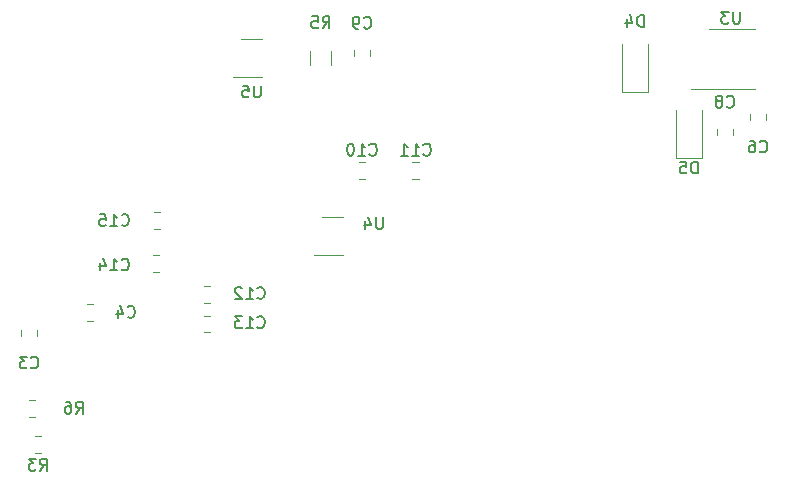
<source format=gbo>
G04 #@! TF.GenerationSoftware,KiCad,Pcbnew,(5.1.2)-1*
G04 #@! TF.CreationDate,2022-03-08T00:39:02-05:00*
G04 #@! TF.ProjectId,telemetry_receiver,74656c65-6d65-4747-9279-5f7265636569,rev?*
G04 #@! TF.SameCoordinates,Original*
G04 #@! TF.FileFunction,Legend,Bot*
G04 #@! TF.FilePolarity,Positive*
%FSLAX46Y46*%
G04 Gerber Fmt 4.6, Leading zero omitted, Abs format (unit mm)*
G04 Created by KiCad (PCBNEW (5.1.2)-1) date 2022-03-08 00:39:02*
%MOMM*%
%LPD*%
G04 APERTURE LIST*
%ADD10C,0.120000*%
%ADD11C,0.150000*%
%ADD12C,2.602000*%
%ADD13O,1.802000X1.802000*%
%ADD14R,1.802000X1.802000*%
%ADD15C,0.100000*%
%ADD16C,1.527000*%
%ADD17C,2.702000*%
%ADD18C,5.702000*%
%ADD19C,1.252000*%
%ADD20C,3.102000*%
%ADD21C,1.602000*%
%ADD22R,1.662000X0.752000*%
%ADD23C,0.702000*%
%ADD24O,3.602000X2.002000*%
%ADD25C,1.202000*%
%ADD26R,1.702000X1.702000*%
%ADD27C,1.702000*%
G04 APERTURE END LIST*
D10*
X153043000Y-81925500D02*
X153043000Y-77865500D01*
X155313000Y-81925500D02*
X153043000Y-81925500D01*
X155313000Y-77865500D02*
X155313000Y-81925500D01*
X99312252Y-106882000D02*
X98789748Y-106882000D01*
X99312252Y-105462000D02*
X98789748Y-105462000D01*
X116250000Y-71840000D02*
X118050000Y-71840000D01*
X118050000Y-75060000D02*
X115600000Y-75060000D01*
X123100000Y-86890000D02*
X124900000Y-86890000D01*
X124900000Y-90110000D02*
X122450000Y-90110000D01*
X157799000Y-70973000D02*
X159749000Y-70973000D01*
X157799000Y-70973000D02*
X155849000Y-70973000D01*
X157799000Y-76093000D02*
X159749000Y-76093000D01*
X157799000Y-76093000D02*
X154349000Y-76093000D01*
X98299748Y-103834000D02*
X98822252Y-103834000D01*
X98299748Y-102414000D02*
X98822252Y-102414000D01*
X123910000Y-74089564D02*
X123910000Y-72885436D01*
X122090000Y-74089564D02*
X122090000Y-72885436D01*
X150741000Y-72277500D02*
X150741000Y-76337500D01*
X150741000Y-76337500D02*
X148471000Y-76337500D01*
X148471000Y-76337500D02*
X148471000Y-72277500D01*
X109376932Y-86487640D02*
X108854428Y-86487640D01*
X109376932Y-87907640D02*
X108854428Y-87907640D01*
X109350372Y-90185880D02*
X108827868Y-90185880D01*
X109350372Y-91605880D02*
X108827868Y-91605880D01*
X113149628Y-95290000D02*
X113672132Y-95290000D01*
X113149628Y-96710000D02*
X113672132Y-96710000D01*
X113136548Y-92790000D02*
X113659052Y-92790000D01*
X113136548Y-94210000D02*
X113659052Y-94210000D01*
X130763748Y-82290000D02*
X131286252Y-82290000D01*
X130763748Y-83710000D02*
X131286252Y-83710000D01*
X126736252Y-82290000D02*
X126213748Y-82290000D01*
X126736252Y-83710000D02*
X126213748Y-83710000D01*
X125790000Y-72763748D02*
X125790000Y-73286252D01*
X127210000Y-72763748D02*
X127210000Y-73286252D01*
X156516000Y-80026252D02*
X156516000Y-79503748D01*
X157936000Y-80026252D02*
X157936000Y-79503748D01*
X159310000Y-78224748D02*
X159310000Y-78747252D01*
X160730000Y-78224748D02*
X160730000Y-78747252D01*
X103761252Y-94290000D02*
X103238748Y-94290000D01*
X103761252Y-95710000D02*
X103238748Y-95710000D01*
X99008000Y-97035252D02*
X99008000Y-96512748D01*
X97588000Y-97035252D02*
X97588000Y-96512748D01*
D11*
X154916095Y-83241260D02*
X154916095Y-82241260D01*
X154678000Y-82241260D01*
X154535142Y-82288880D01*
X154439904Y-82384118D01*
X154392285Y-82479356D01*
X154344666Y-82669832D01*
X154344666Y-82812689D01*
X154392285Y-83003165D01*
X154439904Y-83098403D01*
X154535142Y-83193641D01*
X154678000Y-83241260D01*
X154916095Y-83241260D01*
X153439904Y-82241260D02*
X153916095Y-82241260D01*
X153963714Y-82717451D01*
X153916095Y-82669832D01*
X153820857Y-82622213D01*
X153582761Y-82622213D01*
X153487523Y-82669832D01*
X153439904Y-82717451D01*
X153392285Y-82812689D01*
X153392285Y-83050784D01*
X153439904Y-83146022D01*
X153487523Y-83193641D01*
X153582761Y-83241260D01*
X153820857Y-83241260D01*
X153916095Y-83193641D01*
X153963714Y-83146022D01*
X99226666Y-108402380D02*
X99560000Y-107926190D01*
X99798095Y-108402380D02*
X99798095Y-107402380D01*
X99417142Y-107402380D01*
X99321904Y-107450000D01*
X99274285Y-107497619D01*
X99226666Y-107592857D01*
X99226666Y-107735714D01*
X99274285Y-107830952D01*
X99321904Y-107878571D01*
X99417142Y-107926190D01*
X99798095Y-107926190D01*
X98893333Y-107402380D02*
X98274285Y-107402380D01*
X98607619Y-107783333D01*
X98464761Y-107783333D01*
X98369523Y-107830952D01*
X98321904Y-107878571D01*
X98274285Y-107973809D01*
X98274285Y-108211904D01*
X98321904Y-108307142D01*
X98369523Y-108354761D01*
X98464761Y-108402380D01*
X98750476Y-108402380D01*
X98845714Y-108354761D01*
X98893333Y-108307142D01*
X117911904Y-75802380D02*
X117911904Y-76611904D01*
X117864285Y-76707142D01*
X117816666Y-76754761D01*
X117721428Y-76802380D01*
X117530952Y-76802380D01*
X117435714Y-76754761D01*
X117388095Y-76707142D01*
X117340476Y-76611904D01*
X117340476Y-75802380D01*
X116388095Y-75802380D02*
X116864285Y-75802380D01*
X116911904Y-76278571D01*
X116864285Y-76230952D01*
X116769047Y-76183333D01*
X116530952Y-76183333D01*
X116435714Y-76230952D01*
X116388095Y-76278571D01*
X116340476Y-76373809D01*
X116340476Y-76611904D01*
X116388095Y-76707142D01*
X116435714Y-76754761D01*
X116530952Y-76802380D01*
X116769047Y-76802380D01*
X116864285Y-76754761D01*
X116911904Y-76707142D01*
X128261904Y-86952380D02*
X128261904Y-87761904D01*
X128214285Y-87857142D01*
X128166666Y-87904761D01*
X128071428Y-87952380D01*
X127880952Y-87952380D01*
X127785714Y-87904761D01*
X127738095Y-87857142D01*
X127690476Y-87761904D01*
X127690476Y-86952380D01*
X126785714Y-87285714D02*
X126785714Y-87952380D01*
X127023809Y-86904761D02*
X127261904Y-87619047D01*
X126642857Y-87619047D01*
X158495904Y-69556380D02*
X158495904Y-70365904D01*
X158448285Y-70461142D01*
X158400666Y-70508761D01*
X158305428Y-70556380D01*
X158114952Y-70556380D01*
X158019714Y-70508761D01*
X157972095Y-70461142D01*
X157924476Y-70365904D01*
X157924476Y-69556380D01*
X157543523Y-69556380D02*
X156924476Y-69556380D01*
X157257809Y-69937333D01*
X157114952Y-69937333D01*
X157019714Y-69984952D01*
X156972095Y-70032571D01*
X156924476Y-70127809D01*
X156924476Y-70365904D01*
X156972095Y-70461142D01*
X157019714Y-70508761D01*
X157114952Y-70556380D01*
X157400666Y-70556380D01*
X157495904Y-70508761D01*
X157543523Y-70461142D01*
X102274666Y-103576380D02*
X102608000Y-103100190D01*
X102846095Y-103576380D02*
X102846095Y-102576380D01*
X102465142Y-102576380D01*
X102369904Y-102624000D01*
X102322285Y-102671619D01*
X102274666Y-102766857D01*
X102274666Y-102909714D01*
X102322285Y-103004952D01*
X102369904Y-103052571D01*
X102465142Y-103100190D01*
X102846095Y-103100190D01*
X101417523Y-102576380D02*
X101608000Y-102576380D01*
X101703238Y-102624000D01*
X101750857Y-102671619D01*
X101846095Y-102814476D01*
X101893714Y-103004952D01*
X101893714Y-103385904D01*
X101846095Y-103481142D01*
X101798476Y-103528761D01*
X101703238Y-103576380D01*
X101512761Y-103576380D01*
X101417523Y-103528761D01*
X101369904Y-103481142D01*
X101322285Y-103385904D01*
X101322285Y-103147809D01*
X101369904Y-103052571D01*
X101417523Y-103004952D01*
X101512761Y-102957333D01*
X101703238Y-102957333D01*
X101798476Y-103004952D01*
X101846095Y-103052571D01*
X101893714Y-103147809D01*
X123166666Y-70939880D02*
X123500000Y-70463690D01*
X123738095Y-70939880D02*
X123738095Y-69939880D01*
X123357142Y-69939880D01*
X123261904Y-69987500D01*
X123214285Y-70035119D01*
X123166666Y-70130357D01*
X123166666Y-70273214D01*
X123214285Y-70368452D01*
X123261904Y-70416071D01*
X123357142Y-70463690D01*
X123738095Y-70463690D01*
X122261904Y-69939880D02*
X122738095Y-69939880D01*
X122785714Y-70416071D01*
X122738095Y-70368452D01*
X122642857Y-70320833D01*
X122404761Y-70320833D01*
X122309523Y-70368452D01*
X122261904Y-70416071D01*
X122214285Y-70511309D01*
X122214285Y-70749404D01*
X122261904Y-70844642D01*
X122309523Y-70892261D01*
X122404761Y-70939880D01*
X122642857Y-70939880D01*
X122738095Y-70892261D01*
X122785714Y-70844642D01*
X150344095Y-70829880D02*
X150344095Y-69829880D01*
X150106000Y-69829880D01*
X149963142Y-69877500D01*
X149867904Y-69972738D01*
X149820285Y-70067976D01*
X149772666Y-70258452D01*
X149772666Y-70401309D01*
X149820285Y-70591785D01*
X149867904Y-70687023D01*
X149963142Y-70782261D01*
X150106000Y-70829880D01*
X150344095Y-70829880D01*
X148915523Y-70163214D02*
X148915523Y-70829880D01*
X149153619Y-69782261D02*
X149391714Y-70496547D01*
X148772666Y-70496547D01*
X106142857Y-87595422D02*
X106190476Y-87643041D01*
X106333333Y-87690660D01*
X106428571Y-87690660D01*
X106571428Y-87643041D01*
X106666666Y-87547803D01*
X106714285Y-87452565D01*
X106761904Y-87262089D01*
X106761904Y-87119232D01*
X106714285Y-86928756D01*
X106666666Y-86833518D01*
X106571428Y-86738280D01*
X106428571Y-86690660D01*
X106333333Y-86690660D01*
X106190476Y-86738280D01*
X106142857Y-86785899D01*
X105190476Y-87690660D02*
X105761904Y-87690660D01*
X105476190Y-87690660D02*
X105476190Y-86690660D01*
X105571428Y-86833518D01*
X105666666Y-86928756D01*
X105761904Y-86976375D01*
X104285714Y-86690660D02*
X104761904Y-86690660D01*
X104809523Y-87166851D01*
X104761904Y-87119232D01*
X104666666Y-87071613D01*
X104428571Y-87071613D01*
X104333333Y-87119232D01*
X104285714Y-87166851D01*
X104238095Y-87262089D01*
X104238095Y-87500184D01*
X104285714Y-87595422D01*
X104333333Y-87643041D01*
X104428571Y-87690660D01*
X104666666Y-87690660D01*
X104761904Y-87643041D01*
X104809523Y-87595422D01*
X106142857Y-91357142D02*
X106190476Y-91404761D01*
X106333333Y-91452380D01*
X106428571Y-91452380D01*
X106571428Y-91404761D01*
X106666666Y-91309523D01*
X106714285Y-91214285D01*
X106761904Y-91023809D01*
X106761904Y-90880952D01*
X106714285Y-90690476D01*
X106666666Y-90595238D01*
X106571428Y-90500000D01*
X106428571Y-90452380D01*
X106333333Y-90452380D01*
X106190476Y-90500000D01*
X106142857Y-90547619D01*
X105190476Y-91452380D02*
X105761904Y-91452380D01*
X105476190Y-91452380D02*
X105476190Y-90452380D01*
X105571428Y-90595238D01*
X105666666Y-90690476D01*
X105761904Y-90738095D01*
X104333333Y-90785714D02*
X104333333Y-91452380D01*
X104571428Y-90404761D02*
X104809523Y-91119047D01*
X104190476Y-91119047D01*
X117642857Y-96240302D02*
X117690476Y-96287921D01*
X117833333Y-96335540D01*
X117928571Y-96335540D01*
X118071428Y-96287921D01*
X118166666Y-96192683D01*
X118214285Y-96097445D01*
X118261904Y-95906969D01*
X118261904Y-95764112D01*
X118214285Y-95573636D01*
X118166666Y-95478398D01*
X118071428Y-95383160D01*
X117928571Y-95335540D01*
X117833333Y-95335540D01*
X117690476Y-95383160D01*
X117642857Y-95430779D01*
X116690476Y-96335540D02*
X117261904Y-96335540D01*
X116976190Y-96335540D02*
X116976190Y-95335540D01*
X117071428Y-95478398D01*
X117166666Y-95573636D01*
X117261904Y-95621255D01*
X116357142Y-95335540D02*
X115738095Y-95335540D01*
X116071428Y-95716493D01*
X115928571Y-95716493D01*
X115833333Y-95764112D01*
X115785714Y-95811731D01*
X115738095Y-95906969D01*
X115738095Y-96145064D01*
X115785714Y-96240302D01*
X115833333Y-96287921D01*
X115928571Y-96335540D01*
X116214285Y-96335540D01*
X116309523Y-96287921D01*
X116357142Y-96240302D01*
X117642857Y-93782782D02*
X117690476Y-93830401D01*
X117833333Y-93878020D01*
X117928571Y-93878020D01*
X118071428Y-93830401D01*
X118166666Y-93735163D01*
X118214285Y-93639925D01*
X118261904Y-93449449D01*
X118261904Y-93306592D01*
X118214285Y-93116116D01*
X118166666Y-93020878D01*
X118071428Y-92925640D01*
X117928571Y-92878020D01*
X117833333Y-92878020D01*
X117690476Y-92925640D01*
X117642857Y-92973259D01*
X116690476Y-93878020D02*
X117261904Y-93878020D01*
X116976190Y-93878020D02*
X116976190Y-92878020D01*
X117071428Y-93020878D01*
X117166666Y-93116116D01*
X117261904Y-93163735D01*
X116309523Y-92973259D02*
X116261904Y-92925640D01*
X116166666Y-92878020D01*
X115928571Y-92878020D01*
X115833333Y-92925640D01*
X115785714Y-92973259D01*
X115738095Y-93068497D01*
X115738095Y-93163735D01*
X115785714Y-93306592D01*
X116357142Y-93878020D01*
X115738095Y-93878020D01*
X131706857Y-81637142D02*
X131754476Y-81684761D01*
X131897333Y-81732380D01*
X131992571Y-81732380D01*
X132135428Y-81684761D01*
X132230666Y-81589523D01*
X132278285Y-81494285D01*
X132325904Y-81303809D01*
X132325904Y-81160952D01*
X132278285Y-80970476D01*
X132230666Y-80875238D01*
X132135428Y-80780000D01*
X131992571Y-80732380D01*
X131897333Y-80732380D01*
X131754476Y-80780000D01*
X131706857Y-80827619D01*
X130754476Y-81732380D02*
X131325904Y-81732380D01*
X131040190Y-81732380D02*
X131040190Y-80732380D01*
X131135428Y-80875238D01*
X131230666Y-80970476D01*
X131325904Y-81018095D01*
X129802095Y-81732380D02*
X130373523Y-81732380D01*
X130087809Y-81732380D02*
X130087809Y-80732380D01*
X130183047Y-80875238D01*
X130278285Y-80970476D01*
X130373523Y-81018095D01*
X127134857Y-81637142D02*
X127182476Y-81684761D01*
X127325333Y-81732380D01*
X127420571Y-81732380D01*
X127563428Y-81684761D01*
X127658666Y-81589523D01*
X127706285Y-81494285D01*
X127753904Y-81303809D01*
X127753904Y-81160952D01*
X127706285Y-80970476D01*
X127658666Y-80875238D01*
X127563428Y-80780000D01*
X127420571Y-80732380D01*
X127325333Y-80732380D01*
X127182476Y-80780000D01*
X127134857Y-80827619D01*
X126182476Y-81732380D02*
X126753904Y-81732380D01*
X126468190Y-81732380D02*
X126468190Y-80732380D01*
X126563428Y-80875238D01*
X126658666Y-80970476D01*
X126753904Y-81018095D01*
X125563428Y-80732380D02*
X125468190Y-80732380D01*
X125372952Y-80780000D01*
X125325333Y-80827619D01*
X125277714Y-80922857D01*
X125230095Y-81113333D01*
X125230095Y-81351428D01*
X125277714Y-81541904D01*
X125325333Y-81637142D01*
X125372952Y-81684761D01*
X125468190Y-81732380D01*
X125563428Y-81732380D01*
X125658666Y-81684761D01*
X125706285Y-81637142D01*
X125753904Y-81541904D01*
X125801523Y-81351428D01*
X125801523Y-81113333D01*
X125753904Y-80922857D01*
X125706285Y-80827619D01*
X125658666Y-80780000D01*
X125563428Y-80732380D01*
X126666666Y-70882142D02*
X126714285Y-70929761D01*
X126857142Y-70977380D01*
X126952380Y-70977380D01*
X127095238Y-70929761D01*
X127190476Y-70834523D01*
X127238095Y-70739285D01*
X127285714Y-70548809D01*
X127285714Y-70405952D01*
X127238095Y-70215476D01*
X127190476Y-70120238D01*
X127095238Y-70025000D01*
X126952380Y-69977380D01*
X126857142Y-69977380D01*
X126714285Y-70025000D01*
X126666666Y-70072619D01*
X126190476Y-70977380D02*
X126000000Y-70977380D01*
X125904761Y-70929761D01*
X125857142Y-70882142D01*
X125761904Y-70739285D01*
X125714285Y-70548809D01*
X125714285Y-70167857D01*
X125761904Y-70072619D01*
X125809523Y-70025000D01*
X125904761Y-69977380D01*
X126095238Y-69977380D01*
X126190476Y-70025000D01*
X126238095Y-70072619D01*
X126285714Y-70167857D01*
X126285714Y-70405952D01*
X126238095Y-70501190D01*
X126190476Y-70548809D01*
X126095238Y-70596428D01*
X125904761Y-70596428D01*
X125809523Y-70548809D01*
X125761904Y-70501190D01*
X125714285Y-70405952D01*
X157392666Y-77573142D02*
X157440285Y-77620761D01*
X157583142Y-77668380D01*
X157678380Y-77668380D01*
X157821238Y-77620761D01*
X157916476Y-77525523D01*
X157964095Y-77430285D01*
X158011714Y-77239809D01*
X158011714Y-77096952D01*
X157964095Y-76906476D01*
X157916476Y-76811238D01*
X157821238Y-76716000D01*
X157678380Y-76668380D01*
X157583142Y-76668380D01*
X157440285Y-76716000D01*
X157392666Y-76763619D01*
X156821238Y-77096952D02*
X156916476Y-77049333D01*
X156964095Y-77001714D01*
X157011714Y-76906476D01*
X157011714Y-76858857D01*
X156964095Y-76763619D01*
X156916476Y-76716000D01*
X156821238Y-76668380D01*
X156630761Y-76668380D01*
X156535523Y-76716000D01*
X156487904Y-76763619D01*
X156440285Y-76858857D01*
X156440285Y-76906476D01*
X156487904Y-77001714D01*
X156535523Y-77049333D01*
X156630761Y-77096952D01*
X156821238Y-77096952D01*
X156916476Y-77144571D01*
X156964095Y-77192190D01*
X157011714Y-77287428D01*
X157011714Y-77477904D01*
X156964095Y-77573142D01*
X156916476Y-77620761D01*
X156821238Y-77668380D01*
X156630761Y-77668380D01*
X156535523Y-77620761D01*
X156487904Y-77573142D01*
X156440285Y-77477904D01*
X156440285Y-77287428D01*
X156487904Y-77192190D01*
X156535523Y-77144571D01*
X156630761Y-77096952D01*
X160186666Y-81374142D02*
X160234285Y-81421761D01*
X160377142Y-81469380D01*
X160472380Y-81469380D01*
X160615238Y-81421761D01*
X160710476Y-81326523D01*
X160758095Y-81231285D01*
X160805714Y-81040809D01*
X160805714Y-80897952D01*
X160758095Y-80707476D01*
X160710476Y-80612238D01*
X160615238Y-80517000D01*
X160472380Y-80469380D01*
X160377142Y-80469380D01*
X160234285Y-80517000D01*
X160186666Y-80564619D01*
X159329523Y-80469380D02*
X159520000Y-80469380D01*
X159615238Y-80517000D01*
X159662857Y-80564619D01*
X159758095Y-80707476D01*
X159805714Y-80897952D01*
X159805714Y-81278904D01*
X159758095Y-81374142D01*
X159710476Y-81421761D01*
X159615238Y-81469380D01*
X159424761Y-81469380D01*
X159329523Y-81421761D01*
X159281904Y-81374142D01*
X159234285Y-81278904D01*
X159234285Y-81040809D01*
X159281904Y-80945571D01*
X159329523Y-80897952D01*
X159424761Y-80850333D01*
X159615238Y-80850333D01*
X159710476Y-80897952D01*
X159758095Y-80945571D01*
X159805714Y-81040809D01*
X106666666Y-95357142D02*
X106714285Y-95404761D01*
X106857142Y-95452380D01*
X106952380Y-95452380D01*
X107095238Y-95404761D01*
X107190476Y-95309523D01*
X107238095Y-95214285D01*
X107285714Y-95023809D01*
X107285714Y-94880952D01*
X107238095Y-94690476D01*
X107190476Y-94595238D01*
X107095238Y-94500000D01*
X106952380Y-94452380D01*
X106857142Y-94452380D01*
X106714285Y-94500000D01*
X106666666Y-94547619D01*
X105809523Y-94785714D02*
X105809523Y-95452380D01*
X106047619Y-94404761D02*
X106285714Y-95119047D01*
X105666666Y-95119047D01*
X98464666Y-99656142D02*
X98512285Y-99703761D01*
X98655142Y-99751380D01*
X98750380Y-99751380D01*
X98893238Y-99703761D01*
X98988476Y-99608523D01*
X99036095Y-99513285D01*
X99083714Y-99322809D01*
X99083714Y-99179952D01*
X99036095Y-98989476D01*
X98988476Y-98894238D01*
X98893238Y-98799000D01*
X98750380Y-98751380D01*
X98655142Y-98751380D01*
X98512285Y-98799000D01*
X98464666Y-98846619D01*
X98131333Y-98751380D02*
X97512285Y-98751380D01*
X97845619Y-99132333D01*
X97702761Y-99132333D01*
X97607523Y-99179952D01*
X97559904Y-99227571D01*
X97512285Y-99322809D01*
X97512285Y-99560904D01*
X97559904Y-99656142D01*
X97607523Y-99703761D01*
X97702761Y-99751380D01*
X97988476Y-99751380D01*
X98083714Y-99703761D01*
X98131333Y-99656142D01*
%LPC*%
D12*
X113743800Y-90303960D03*
X113743800Y-86903960D03*
X100273800Y-86903960D03*
X100273800Y-90303960D03*
D13*
X95250000Y-103378000D03*
D14*
X95250000Y-105918000D03*
X121300000Y-112500000D03*
D13*
X123840000Y-112500000D03*
X121300000Y-109960000D03*
X123840000Y-109960000D03*
X121300000Y-107420000D03*
X123840000Y-107420000D03*
X121300000Y-104880000D03*
X123840000Y-104880000D03*
X121300000Y-102340000D03*
X123840000Y-102340000D03*
X121300000Y-99800000D03*
X123840000Y-99800000D03*
X121300000Y-97260000D03*
X123840000Y-97260000D03*
X121300000Y-94720000D03*
X123840000Y-94720000D03*
D15*
G36*
X154862363Y-77215790D02*
G01*
X154888369Y-77219648D01*
X154913871Y-77226035D01*
X154938624Y-77234892D01*
X154962390Y-77246133D01*
X154984939Y-77259648D01*
X155006056Y-77275309D01*
X155025535Y-77292965D01*
X155043191Y-77312444D01*
X155058852Y-77333561D01*
X155072367Y-77356110D01*
X155083608Y-77379876D01*
X155092465Y-77404629D01*
X155098852Y-77430131D01*
X155102710Y-77456137D01*
X155104000Y-77482395D01*
X155104000Y-78473605D01*
X155102710Y-78499863D01*
X155098852Y-78525869D01*
X155092465Y-78551371D01*
X155083608Y-78576124D01*
X155072367Y-78599890D01*
X155058852Y-78622439D01*
X155043191Y-78643556D01*
X155025535Y-78663035D01*
X155006056Y-78680691D01*
X154984939Y-78696352D01*
X154962390Y-78709867D01*
X154938624Y-78721108D01*
X154913871Y-78729965D01*
X154888369Y-78736352D01*
X154862363Y-78740210D01*
X154836105Y-78741500D01*
X153519895Y-78741500D01*
X153493637Y-78740210D01*
X153467631Y-78736352D01*
X153442129Y-78729965D01*
X153417376Y-78721108D01*
X153393610Y-78709867D01*
X153371061Y-78696352D01*
X153349944Y-78680691D01*
X153330465Y-78663035D01*
X153312809Y-78643556D01*
X153297148Y-78622439D01*
X153283633Y-78599890D01*
X153272392Y-78576124D01*
X153263535Y-78551371D01*
X153257148Y-78525869D01*
X153253290Y-78499863D01*
X153252000Y-78473605D01*
X153252000Y-77482395D01*
X153253290Y-77456137D01*
X153257148Y-77430131D01*
X153263535Y-77404629D01*
X153272392Y-77379876D01*
X153283633Y-77356110D01*
X153297148Y-77333561D01*
X153312809Y-77312444D01*
X153330465Y-77292965D01*
X153349944Y-77275309D01*
X153371061Y-77259648D01*
X153393610Y-77246133D01*
X153417376Y-77234892D01*
X153442129Y-77226035D01*
X153467631Y-77219648D01*
X153493637Y-77215790D01*
X153519895Y-77214500D01*
X154836105Y-77214500D01*
X154862363Y-77215790D01*
X154862363Y-77215790D01*
G37*
D16*
X154178000Y-77978000D03*
D15*
G36*
X154862363Y-80190790D02*
G01*
X154888369Y-80194648D01*
X154913871Y-80201035D01*
X154938624Y-80209892D01*
X154962390Y-80221133D01*
X154984939Y-80234648D01*
X155006056Y-80250309D01*
X155025535Y-80267965D01*
X155043191Y-80287444D01*
X155058852Y-80308561D01*
X155072367Y-80331110D01*
X155083608Y-80354876D01*
X155092465Y-80379629D01*
X155098852Y-80405131D01*
X155102710Y-80431137D01*
X155104000Y-80457395D01*
X155104000Y-81448605D01*
X155102710Y-81474863D01*
X155098852Y-81500869D01*
X155092465Y-81526371D01*
X155083608Y-81551124D01*
X155072367Y-81574890D01*
X155058852Y-81597439D01*
X155043191Y-81618556D01*
X155025535Y-81638035D01*
X155006056Y-81655691D01*
X154984939Y-81671352D01*
X154962390Y-81684867D01*
X154938624Y-81696108D01*
X154913871Y-81704965D01*
X154888369Y-81711352D01*
X154862363Y-81715210D01*
X154836105Y-81716500D01*
X153519895Y-81716500D01*
X153493637Y-81715210D01*
X153467631Y-81711352D01*
X153442129Y-81704965D01*
X153417376Y-81696108D01*
X153393610Y-81684867D01*
X153371061Y-81671352D01*
X153349944Y-81655691D01*
X153330465Y-81638035D01*
X153312809Y-81618556D01*
X153297148Y-81597439D01*
X153283633Y-81574890D01*
X153272392Y-81551124D01*
X153263535Y-81526371D01*
X153257148Y-81500869D01*
X153253290Y-81474863D01*
X153252000Y-81448605D01*
X153252000Y-80457395D01*
X153253290Y-80431137D01*
X153257148Y-80405131D01*
X153263535Y-80379629D01*
X153272392Y-80354876D01*
X153283633Y-80331110D01*
X153297148Y-80308561D01*
X153312809Y-80287444D01*
X153330465Y-80267965D01*
X153349944Y-80250309D01*
X153371061Y-80234648D01*
X153393610Y-80221133D01*
X153417376Y-80209892D01*
X153442129Y-80201035D01*
X153467631Y-80194648D01*
X153493637Y-80190790D01*
X153519895Y-80189500D01*
X154836105Y-80189500D01*
X154862363Y-80190790D01*
X154862363Y-80190790D01*
G37*
D16*
X154178000Y-80953000D03*
D17*
X150114000Y-81280000D03*
X145114000Y-81280000D03*
D18*
X172500000Y-73000000D03*
X93000000Y-112500000D03*
X93000000Y-73000000D03*
D15*
G36*
X98406505Y-105422311D02*
G01*
X98432925Y-105426230D01*
X98458835Y-105432720D01*
X98483983Y-105441718D01*
X98508128Y-105453138D01*
X98531038Y-105466869D01*
X98552492Y-105482780D01*
X98572282Y-105500718D01*
X98590220Y-105520508D01*
X98606131Y-105541962D01*
X98619862Y-105564872D01*
X98631282Y-105589017D01*
X98640280Y-105614165D01*
X98646770Y-105640075D01*
X98650689Y-105666495D01*
X98652000Y-105693173D01*
X98652000Y-106650827D01*
X98650689Y-106677505D01*
X98646770Y-106703925D01*
X98640280Y-106729835D01*
X98631282Y-106754983D01*
X98619862Y-106779128D01*
X98606131Y-106802038D01*
X98590220Y-106823492D01*
X98572282Y-106843282D01*
X98552492Y-106861220D01*
X98531038Y-106877131D01*
X98508128Y-106890862D01*
X98483983Y-106902282D01*
X98458835Y-106911280D01*
X98432925Y-106917770D01*
X98406505Y-106921689D01*
X98379827Y-106923000D01*
X97672173Y-106923000D01*
X97645495Y-106921689D01*
X97619075Y-106917770D01*
X97593165Y-106911280D01*
X97568017Y-106902282D01*
X97543872Y-106890862D01*
X97520962Y-106877131D01*
X97499508Y-106861220D01*
X97479718Y-106843282D01*
X97461780Y-106823492D01*
X97445869Y-106802038D01*
X97432138Y-106779128D01*
X97420718Y-106754983D01*
X97411720Y-106729835D01*
X97405230Y-106703925D01*
X97401311Y-106677505D01*
X97400000Y-106650827D01*
X97400000Y-105693173D01*
X97401311Y-105666495D01*
X97405230Y-105640075D01*
X97411720Y-105614165D01*
X97420718Y-105589017D01*
X97432138Y-105564872D01*
X97445869Y-105541962D01*
X97461780Y-105520508D01*
X97479718Y-105500718D01*
X97499508Y-105482780D01*
X97520962Y-105466869D01*
X97543872Y-105453138D01*
X97568017Y-105441718D01*
X97593165Y-105432720D01*
X97619075Y-105426230D01*
X97645495Y-105422311D01*
X97672173Y-105421000D01*
X98379827Y-105421000D01*
X98406505Y-105422311D01*
X98406505Y-105422311D01*
G37*
D19*
X98026000Y-106172000D03*
D15*
G36*
X100456505Y-105422311D02*
G01*
X100482925Y-105426230D01*
X100508835Y-105432720D01*
X100533983Y-105441718D01*
X100558128Y-105453138D01*
X100581038Y-105466869D01*
X100602492Y-105482780D01*
X100622282Y-105500718D01*
X100640220Y-105520508D01*
X100656131Y-105541962D01*
X100669862Y-105564872D01*
X100681282Y-105589017D01*
X100690280Y-105614165D01*
X100696770Y-105640075D01*
X100700689Y-105666495D01*
X100702000Y-105693173D01*
X100702000Y-106650827D01*
X100700689Y-106677505D01*
X100696770Y-106703925D01*
X100690280Y-106729835D01*
X100681282Y-106754983D01*
X100669862Y-106779128D01*
X100656131Y-106802038D01*
X100640220Y-106823492D01*
X100622282Y-106843282D01*
X100602492Y-106861220D01*
X100581038Y-106877131D01*
X100558128Y-106890862D01*
X100533983Y-106902282D01*
X100508835Y-106911280D01*
X100482925Y-106917770D01*
X100456505Y-106921689D01*
X100429827Y-106923000D01*
X99722173Y-106923000D01*
X99695495Y-106921689D01*
X99669075Y-106917770D01*
X99643165Y-106911280D01*
X99618017Y-106902282D01*
X99593872Y-106890862D01*
X99570962Y-106877131D01*
X99549508Y-106861220D01*
X99529718Y-106843282D01*
X99511780Y-106823492D01*
X99495869Y-106802038D01*
X99482138Y-106779128D01*
X99470718Y-106754983D01*
X99461720Y-106729835D01*
X99455230Y-106703925D01*
X99451311Y-106677505D01*
X99450000Y-106650827D01*
X99450000Y-105693173D01*
X99451311Y-105666495D01*
X99455230Y-105640075D01*
X99461720Y-105614165D01*
X99470718Y-105589017D01*
X99482138Y-105564872D01*
X99495869Y-105541962D01*
X99511780Y-105520508D01*
X99529718Y-105500718D01*
X99549508Y-105482780D01*
X99570962Y-105466869D01*
X99593872Y-105453138D01*
X99618017Y-105441718D01*
X99643165Y-105432720D01*
X99669075Y-105426230D01*
X99695495Y-105422311D01*
X99722173Y-105421000D01*
X100429827Y-105421000D01*
X100456505Y-105422311D01*
X100456505Y-105422311D01*
G37*
D19*
X100076000Y-106172000D03*
D14*
X129500000Y-79500000D03*
D13*
X126960000Y-79500000D03*
X124420000Y-79500000D03*
X121880000Y-79500000D03*
X119340000Y-79500000D03*
D20*
X102000000Y-79500000D03*
X110250000Y-79500000D03*
D21*
X105350900Y-107703280D03*
X110230900Y-107703280D03*
D22*
X115800000Y-74400000D03*
X115800000Y-73450000D03*
X115800000Y-72500000D03*
X118500000Y-72500000D03*
X118500000Y-74400000D03*
X122650000Y-89450000D03*
X122650000Y-88500000D03*
X122650000Y-87550000D03*
X125350000Y-87550000D03*
X125350000Y-89450000D03*
D15*
G36*
X156191702Y-75087845D02*
G01*
X156208738Y-75090372D01*
X156225445Y-75094557D01*
X156241661Y-75100359D01*
X156257230Y-75107723D01*
X156272003Y-75116577D01*
X156285836Y-75126837D01*
X156298597Y-75138403D01*
X156310163Y-75151164D01*
X156320423Y-75164997D01*
X156329277Y-75179770D01*
X156336641Y-75195339D01*
X156342443Y-75211555D01*
X156346628Y-75228262D01*
X156349155Y-75245298D01*
X156350000Y-75262500D01*
X156350000Y-75613500D01*
X156349155Y-75630702D01*
X156346628Y-75647738D01*
X156342443Y-75664445D01*
X156336641Y-75680661D01*
X156329277Y-75696230D01*
X156320423Y-75711003D01*
X156310163Y-75724836D01*
X156298597Y-75737597D01*
X156285836Y-75749163D01*
X156272003Y-75759423D01*
X156257230Y-75768277D01*
X156241661Y-75775641D01*
X156225445Y-75781443D01*
X156208738Y-75785628D01*
X156191702Y-75788155D01*
X156174500Y-75789000D01*
X154473500Y-75789000D01*
X154456298Y-75788155D01*
X154439262Y-75785628D01*
X154422555Y-75781443D01*
X154406339Y-75775641D01*
X154390770Y-75768277D01*
X154375997Y-75759423D01*
X154362164Y-75749163D01*
X154349403Y-75737597D01*
X154337837Y-75724836D01*
X154327577Y-75711003D01*
X154318723Y-75696230D01*
X154311359Y-75680661D01*
X154305557Y-75664445D01*
X154301372Y-75647738D01*
X154298845Y-75630702D01*
X154298000Y-75613500D01*
X154298000Y-75262500D01*
X154298845Y-75245298D01*
X154301372Y-75228262D01*
X154305557Y-75211555D01*
X154311359Y-75195339D01*
X154318723Y-75179770D01*
X154327577Y-75164997D01*
X154337837Y-75151164D01*
X154349403Y-75138403D01*
X154362164Y-75126837D01*
X154375997Y-75116577D01*
X154390770Y-75107723D01*
X154406339Y-75100359D01*
X154422555Y-75094557D01*
X154439262Y-75090372D01*
X154456298Y-75087845D01*
X154473500Y-75087000D01*
X156174500Y-75087000D01*
X156191702Y-75087845D01*
X156191702Y-75087845D01*
G37*
D23*
X155324000Y-75438000D03*
D15*
G36*
X156191702Y-73817845D02*
G01*
X156208738Y-73820372D01*
X156225445Y-73824557D01*
X156241661Y-73830359D01*
X156257230Y-73837723D01*
X156272003Y-73846577D01*
X156285836Y-73856837D01*
X156298597Y-73868403D01*
X156310163Y-73881164D01*
X156320423Y-73894997D01*
X156329277Y-73909770D01*
X156336641Y-73925339D01*
X156342443Y-73941555D01*
X156346628Y-73958262D01*
X156349155Y-73975298D01*
X156350000Y-73992500D01*
X156350000Y-74343500D01*
X156349155Y-74360702D01*
X156346628Y-74377738D01*
X156342443Y-74394445D01*
X156336641Y-74410661D01*
X156329277Y-74426230D01*
X156320423Y-74441003D01*
X156310163Y-74454836D01*
X156298597Y-74467597D01*
X156285836Y-74479163D01*
X156272003Y-74489423D01*
X156257230Y-74498277D01*
X156241661Y-74505641D01*
X156225445Y-74511443D01*
X156208738Y-74515628D01*
X156191702Y-74518155D01*
X156174500Y-74519000D01*
X154473500Y-74519000D01*
X154456298Y-74518155D01*
X154439262Y-74515628D01*
X154422555Y-74511443D01*
X154406339Y-74505641D01*
X154390770Y-74498277D01*
X154375997Y-74489423D01*
X154362164Y-74479163D01*
X154349403Y-74467597D01*
X154337837Y-74454836D01*
X154327577Y-74441003D01*
X154318723Y-74426230D01*
X154311359Y-74410661D01*
X154305557Y-74394445D01*
X154301372Y-74377738D01*
X154298845Y-74360702D01*
X154298000Y-74343500D01*
X154298000Y-73992500D01*
X154298845Y-73975298D01*
X154301372Y-73958262D01*
X154305557Y-73941555D01*
X154311359Y-73925339D01*
X154318723Y-73909770D01*
X154327577Y-73894997D01*
X154337837Y-73881164D01*
X154349403Y-73868403D01*
X154362164Y-73856837D01*
X154375997Y-73846577D01*
X154390770Y-73837723D01*
X154406339Y-73830359D01*
X154422555Y-73824557D01*
X154439262Y-73820372D01*
X154456298Y-73817845D01*
X154473500Y-73817000D01*
X156174500Y-73817000D01*
X156191702Y-73817845D01*
X156191702Y-73817845D01*
G37*
D23*
X155324000Y-74168000D03*
D15*
G36*
X156191702Y-72547845D02*
G01*
X156208738Y-72550372D01*
X156225445Y-72554557D01*
X156241661Y-72560359D01*
X156257230Y-72567723D01*
X156272003Y-72576577D01*
X156285836Y-72586837D01*
X156298597Y-72598403D01*
X156310163Y-72611164D01*
X156320423Y-72624997D01*
X156329277Y-72639770D01*
X156336641Y-72655339D01*
X156342443Y-72671555D01*
X156346628Y-72688262D01*
X156349155Y-72705298D01*
X156350000Y-72722500D01*
X156350000Y-73073500D01*
X156349155Y-73090702D01*
X156346628Y-73107738D01*
X156342443Y-73124445D01*
X156336641Y-73140661D01*
X156329277Y-73156230D01*
X156320423Y-73171003D01*
X156310163Y-73184836D01*
X156298597Y-73197597D01*
X156285836Y-73209163D01*
X156272003Y-73219423D01*
X156257230Y-73228277D01*
X156241661Y-73235641D01*
X156225445Y-73241443D01*
X156208738Y-73245628D01*
X156191702Y-73248155D01*
X156174500Y-73249000D01*
X154473500Y-73249000D01*
X154456298Y-73248155D01*
X154439262Y-73245628D01*
X154422555Y-73241443D01*
X154406339Y-73235641D01*
X154390770Y-73228277D01*
X154375997Y-73219423D01*
X154362164Y-73209163D01*
X154349403Y-73197597D01*
X154337837Y-73184836D01*
X154327577Y-73171003D01*
X154318723Y-73156230D01*
X154311359Y-73140661D01*
X154305557Y-73124445D01*
X154301372Y-73107738D01*
X154298845Y-73090702D01*
X154298000Y-73073500D01*
X154298000Y-72722500D01*
X154298845Y-72705298D01*
X154301372Y-72688262D01*
X154305557Y-72671555D01*
X154311359Y-72655339D01*
X154318723Y-72639770D01*
X154327577Y-72624997D01*
X154337837Y-72611164D01*
X154349403Y-72598403D01*
X154362164Y-72586837D01*
X154375997Y-72576577D01*
X154390770Y-72567723D01*
X154406339Y-72560359D01*
X154422555Y-72554557D01*
X154439262Y-72550372D01*
X154456298Y-72547845D01*
X154473500Y-72547000D01*
X156174500Y-72547000D01*
X156191702Y-72547845D01*
X156191702Y-72547845D01*
G37*
D23*
X155324000Y-72898000D03*
D15*
G36*
X156191702Y-71277845D02*
G01*
X156208738Y-71280372D01*
X156225445Y-71284557D01*
X156241661Y-71290359D01*
X156257230Y-71297723D01*
X156272003Y-71306577D01*
X156285836Y-71316837D01*
X156298597Y-71328403D01*
X156310163Y-71341164D01*
X156320423Y-71354997D01*
X156329277Y-71369770D01*
X156336641Y-71385339D01*
X156342443Y-71401555D01*
X156346628Y-71418262D01*
X156349155Y-71435298D01*
X156350000Y-71452500D01*
X156350000Y-71803500D01*
X156349155Y-71820702D01*
X156346628Y-71837738D01*
X156342443Y-71854445D01*
X156336641Y-71870661D01*
X156329277Y-71886230D01*
X156320423Y-71901003D01*
X156310163Y-71914836D01*
X156298597Y-71927597D01*
X156285836Y-71939163D01*
X156272003Y-71949423D01*
X156257230Y-71958277D01*
X156241661Y-71965641D01*
X156225445Y-71971443D01*
X156208738Y-71975628D01*
X156191702Y-71978155D01*
X156174500Y-71979000D01*
X154473500Y-71979000D01*
X154456298Y-71978155D01*
X154439262Y-71975628D01*
X154422555Y-71971443D01*
X154406339Y-71965641D01*
X154390770Y-71958277D01*
X154375997Y-71949423D01*
X154362164Y-71939163D01*
X154349403Y-71927597D01*
X154337837Y-71914836D01*
X154327577Y-71901003D01*
X154318723Y-71886230D01*
X154311359Y-71870661D01*
X154305557Y-71854445D01*
X154301372Y-71837738D01*
X154298845Y-71820702D01*
X154298000Y-71803500D01*
X154298000Y-71452500D01*
X154298845Y-71435298D01*
X154301372Y-71418262D01*
X154305557Y-71401555D01*
X154311359Y-71385339D01*
X154318723Y-71369770D01*
X154327577Y-71354997D01*
X154337837Y-71341164D01*
X154349403Y-71328403D01*
X154362164Y-71316837D01*
X154375997Y-71306577D01*
X154390770Y-71297723D01*
X154406339Y-71290359D01*
X154422555Y-71284557D01*
X154439262Y-71280372D01*
X154456298Y-71277845D01*
X154473500Y-71277000D01*
X156174500Y-71277000D01*
X156191702Y-71277845D01*
X156191702Y-71277845D01*
G37*
D23*
X155324000Y-71628000D03*
D15*
G36*
X161141702Y-71277845D02*
G01*
X161158738Y-71280372D01*
X161175445Y-71284557D01*
X161191661Y-71290359D01*
X161207230Y-71297723D01*
X161222003Y-71306577D01*
X161235836Y-71316837D01*
X161248597Y-71328403D01*
X161260163Y-71341164D01*
X161270423Y-71354997D01*
X161279277Y-71369770D01*
X161286641Y-71385339D01*
X161292443Y-71401555D01*
X161296628Y-71418262D01*
X161299155Y-71435298D01*
X161300000Y-71452500D01*
X161300000Y-71803500D01*
X161299155Y-71820702D01*
X161296628Y-71837738D01*
X161292443Y-71854445D01*
X161286641Y-71870661D01*
X161279277Y-71886230D01*
X161270423Y-71901003D01*
X161260163Y-71914836D01*
X161248597Y-71927597D01*
X161235836Y-71939163D01*
X161222003Y-71949423D01*
X161207230Y-71958277D01*
X161191661Y-71965641D01*
X161175445Y-71971443D01*
X161158738Y-71975628D01*
X161141702Y-71978155D01*
X161124500Y-71979000D01*
X159423500Y-71979000D01*
X159406298Y-71978155D01*
X159389262Y-71975628D01*
X159372555Y-71971443D01*
X159356339Y-71965641D01*
X159340770Y-71958277D01*
X159325997Y-71949423D01*
X159312164Y-71939163D01*
X159299403Y-71927597D01*
X159287837Y-71914836D01*
X159277577Y-71901003D01*
X159268723Y-71886230D01*
X159261359Y-71870661D01*
X159255557Y-71854445D01*
X159251372Y-71837738D01*
X159248845Y-71820702D01*
X159248000Y-71803500D01*
X159248000Y-71452500D01*
X159248845Y-71435298D01*
X159251372Y-71418262D01*
X159255557Y-71401555D01*
X159261359Y-71385339D01*
X159268723Y-71369770D01*
X159277577Y-71354997D01*
X159287837Y-71341164D01*
X159299403Y-71328403D01*
X159312164Y-71316837D01*
X159325997Y-71306577D01*
X159340770Y-71297723D01*
X159356339Y-71290359D01*
X159372555Y-71284557D01*
X159389262Y-71280372D01*
X159406298Y-71277845D01*
X159423500Y-71277000D01*
X161124500Y-71277000D01*
X161141702Y-71277845D01*
X161141702Y-71277845D01*
G37*
D23*
X160274000Y-71628000D03*
D15*
G36*
X161141702Y-72547845D02*
G01*
X161158738Y-72550372D01*
X161175445Y-72554557D01*
X161191661Y-72560359D01*
X161207230Y-72567723D01*
X161222003Y-72576577D01*
X161235836Y-72586837D01*
X161248597Y-72598403D01*
X161260163Y-72611164D01*
X161270423Y-72624997D01*
X161279277Y-72639770D01*
X161286641Y-72655339D01*
X161292443Y-72671555D01*
X161296628Y-72688262D01*
X161299155Y-72705298D01*
X161300000Y-72722500D01*
X161300000Y-73073500D01*
X161299155Y-73090702D01*
X161296628Y-73107738D01*
X161292443Y-73124445D01*
X161286641Y-73140661D01*
X161279277Y-73156230D01*
X161270423Y-73171003D01*
X161260163Y-73184836D01*
X161248597Y-73197597D01*
X161235836Y-73209163D01*
X161222003Y-73219423D01*
X161207230Y-73228277D01*
X161191661Y-73235641D01*
X161175445Y-73241443D01*
X161158738Y-73245628D01*
X161141702Y-73248155D01*
X161124500Y-73249000D01*
X159423500Y-73249000D01*
X159406298Y-73248155D01*
X159389262Y-73245628D01*
X159372555Y-73241443D01*
X159356339Y-73235641D01*
X159340770Y-73228277D01*
X159325997Y-73219423D01*
X159312164Y-73209163D01*
X159299403Y-73197597D01*
X159287837Y-73184836D01*
X159277577Y-73171003D01*
X159268723Y-73156230D01*
X159261359Y-73140661D01*
X159255557Y-73124445D01*
X159251372Y-73107738D01*
X159248845Y-73090702D01*
X159248000Y-73073500D01*
X159248000Y-72722500D01*
X159248845Y-72705298D01*
X159251372Y-72688262D01*
X159255557Y-72671555D01*
X159261359Y-72655339D01*
X159268723Y-72639770D01*
X159277577Y-72624997D01*
X159287837Y-72611164D01*
X159299403Y-72598403D01*
X159312164Y-72586837D01*
X159325997Y-72576577D01*
X159340770Y-72567723D01*
X159356339Y-72560359D01*
X159372555Y-72554557D01*
X159389262Y-72550372D01*
X159406298Y-72547845D01*
X159423500Y-72547000D01*
X161124500Y-72547000D01*
X161141702Y-72547845D01*
X161141702Y-72547845D01*
G37*
D23*
X160274000Y-72898000D03*
D15*
G36*
X161141702Y-73817845D02*
G01*
X161158738Y-73820372D01*
X161175445Y-73824557D01*
X161191661Y-73830359D01*
X161207230Y-73837723D01*
X161222003Y-73846577D01*
X161235836Y-73856837D01*
X161248597Y-73868403D01*
X161260163Y-73881164D01*
X161270423Y-73894997D01*
X161279277Y-73909770D01*
X161286641Y-73925339D01*
X161292443Y-73941555D01*
X161296628Y-73958262D01*
X161299155Y-73975298D01*
X161300000Y-73992500D01*
X161300000Y-74343500D01*
X161299155Y-74360702D01*
X161296628Y-74377738D01*
X161292443Y-74394445D01*
X161286641Y-74410661D01*
X161279277Y-74426230D01*
X161270423Y-74441003D01*
X161260163Y-74454836D01*
X161248597Y-74467597D01*
X161235836Y-74479163D01*
X161222003Y-74489423D01*
X161207230Y-74498277D01*
X161191661Y-74505641D01*
X161175445Y-74511443D01*
X161158738Y-74515628D01*
X161141702Y-74518155D01*
X161124500Y-74519000D01*
X159423500Y-74519000D01*
X159406298Y-74518155D01*
X159389262Y-74515628D01*
X159372555Y-74511443D01*
X159356339Y-74505641D01*
X159340770Y-74498277D01*
X159325997Y-74489423D01*
X159312164Y-74479163D01*
X159299403Y-74467597D01*
X159287837Y-74454836D01*
X159277577Y-74441003D01*
X159268723Y-74426230D01*
X159261359Y-74410661D01*
X159255557Y-74394445D01*
X159251372Y-74377738D01*
X159248845Y-74360702D01*
X159248000Y-74343500D01*
X159248000Y-73992500D01*
X159248845Y-73975298D01*
X159251372Y-73958262D01*
X159255557Y-73941555D01*
X159261359Y-73925339D01*
X159268723Y-73909770D01*
X159277577Y-73894997D01*
X159287837Y-73881164D01*
X159299403Y-73868403D01*
X159312164Y-73856837D01*
X159325997Y-73846577D01*
X159340770Y-73837723D01*
X159356339Y-73830359D01*
X159372555Y-73824557D01*
X159389262Y-73820372D01*
X159406298Y-73817845D01*
X159423500Y-73817000D01*
X161124500Y-73817000D01*
X161141702Y-73817845D01*
X161141702Y-73817845D01*
G37*
D23*
X160274000Y-74168000D03*
D15*
G36*
X161141702Y-75087845D02*
G01*
X161158738Y-75090372D01*
X161175445Y-75094557D01*
X161191661Y-75100359D01*
X161207230Y-75107723D01*
X161222003Y-75116577D01*
X161235836Y-75126837D01*
X161248597Y-75138403D01*
X161260163Y-75151164D01*
X161270423Y-75164997D01*
X161279277Y-75179770D01*
X161286641Y-75195339D01*
X161292443Y-75211555D01*
X161296628Y-75228262D01*
X161299155Y-75245298D01*
X161300000Y-75262500D01*
X161300000Y-75613500D01*
X161299155Y-75630702D01*
X161296628Y-75647738D01*
X161292443Y-75664445D01*
X161286641Y-75680661D01*
X161279277Y-75696230D01*
X161270423Y-75711003D01*
X161260163Y-75724836D01*
X161248597Y-75737597D01*
X161235836Y-75749163D01*
X161222003Y-75759423D01*
X161207230Y-75768277D01*
X161191661Y-75775641D01*
X161175445Y-75781443D01*
X161158738Y-75785628D01*
X161141702Y-75788155D01*
X161124500Y-75789000D01*
X159423500Y-75789000D01*
X159406298Y-75788155D01*
X159389262Y-75785628D01*
X159372555Y-75781443D01*
X159356339Y-75775641D01*
X159340770Y-75768277D01*
X159325997Y-75759423D01*
X159312164Y-75749163D01*
X159299403Y-75737597D01*
X159287837Y-75724836D01*
X159277577Y-75711003D01*
X159268723Y-75696230D01*
X159261359Y-75680661D01*
X159255557Y-75664445D01*
X159251372Y-75647738D01*
X159248845Y-75630702D01*
X159248000Y-75613500D01*
X159248000Y-75262500D01*
X159248845Y-75245298D01*
X159251372Y-75228262D01*
X159255557Y-75211555D01*
X159261359Y-75195339D01*
X159268723Y-75179770D01*
X159277577Y-75164997D01*
X159287837Y-75151164D01*
X159299403Y-75138403D01*
X159312164Y-75126837D01*
X159325997Y-75116577D01*
X159340770Y-75107723D01*
X159356339Y-75100359D01*
X159372555Y-75094557D01*
X159389262Y-75090372D01*
X159406298Y-75087845D01*
X159423500Y-75087000D01*
X161124500Y-75087000D01*
X161141702Y-75087845D01*
X161141702Y-75087845D01*
G37*
D23*
X160274000Y-75438000D03*
D15*
G36*
X97916505Y-102374311D02*
G01*
X97942925Y-102378230D01*
X97968835Y-102384720D01*
X97993983Y-102393718D01*
X98018128Y-102405138D01*
X98041038Y-102418869D01*
X98062492Y-102434780D01*
X98082282Y-102452718D01*
X98100220Y-102472508D01*
X98116131Y-102493962D01*
X98129862Y-102516872D01*
X98141282Y-102541017D01*
X98150280Y-102566165D01*
X98156770Y-102592075D01*
X98160689Y-102618495D01*
X98162000Y-102645173D01*
X98162000Y-103602827D01*
X98160689Y-103629505D01*
X98156770Y-103655925D01*
X98150280Y-103681835D01*
X98141282Y-103706983D01*
X98129862Y-103731128D01*
X98116131Y-103754038D01*
X98100220Y-103775492D01*
X98082282Y-103795282D01*
X98062492Y-103813220D01*
X98041038Y-103829131D01*
X98018128Y-103842862D01*
X97993983Y-103854282D01*
X97968835Y-103863280D01*
X97942925Y-103869770D01*
X97916505Y-103873689D01*
X97889827Y-103875000D01*
X97182173Y-103875000D01*
X97155495Y-103873689D01*
X97129075Y-103869770D01*
X97103165Y-103863280D01*
X97078017Y-103854282D01*
X97053872Y-103842862D01*
X97030962Y-103829131D01*
X97009508Y-103813220D01*
X96989718Y-103795282D01*
X96971780Y-103775492D01*
X96955869Y-103754038D01*
X96942138Y-103731128D01*
X96930718Y-103706983D01*
X96921720Y-103681835D01*
X96915230Y-103655925D01*
X96911311Y-103629505D01*
X96910000Y-103602827D01*
X96910000Y-102645173D01*
X96911311Y-102618495D01*
X96915230Y-102592075D01*
X96921720Y-102566165D01*
X96930718Y-102541017D01*
X96942138Y-102516872D01*
X96955869Y-102493962D01*
X96971780Y-102472508D01*
X96989718Y-102452718D01*
X97009508Y-102434780D01*
X97030962Y-102418869D01*
X97053872Y-102405138D01*
X97078017Y-102393718D01*
X97103165Y-102384720D01*
X97129075Y-102378230D01*
X97155495Y-102374311D01*
X97182173Y-102373000D01*
X97889827Y-102373000D01*
X97916505Y-102374311D01*
X97916505Y-102374311D01*
G37*
D19*
X97536000Y-103124000D03*
D15*
G36*
X99966505Y-102374311D02*
G01*
X99992925Y-102378230D01*
X100018835Y-102384720D01*
X100043983Y-102393718D01*
X100068128Y-102405138D01*
X100091038Y-102418869D01*
X100112492Y-102434780D01*
X100132282Y-102452718D01*
X100150220Y-102472508D01*
X100166131Y-102493962D01*
X100179862Y-102516872D01*
X100191282Y-102541017D01*
X100200280Y-102566165D01*
X100206770Y-102592075D01*
X100210689Y-102618495D01*
X100212000Y-102645173D01*
X100212000Y-103602827D01*
X100210689Y-103629505D01*
X100206770Y-103655925D01*
X100200280Y-103681835D01*
X100191282Y-103706983D01*
X100179862Y-103731128D01*
X100166131Y-103754038D01*
X100150220Y-103775492D01*
X100132282Y-103795282D01*
X100112492Y-103813220D01*
X100091038Y-103829131D01*
X100068128Y-103842862D01*
X100043983Y-103854282D01*
X100018835Y-103863280D01*
X99992925Y-103869770D01*
X99966505Y-103873689D01*
X99939827Y-103875000D01*
X99232173Y-103875000D01*
X99205495Y-103873689D01*
X99179075Y-103869770D01*
X99153165Y-103863280D01*
X99128017Y-103854282D01*
X99103872Y-103842862D01*
X99080962Y-103829131D01*
X99059508Y-103813220D01*
X99039718Y-103795282D01*
X99021780Y-103775492D01*
X99005869Y-103754038D01*
X98992138Y-103731128D01*
X98980718Y-103706983D01*
X98971720Y-103681835D01*
X98965230Y-103655925D01*
X98961311Y-103629505D01*
X98960000Y-103602827D01*
X98960000Y-102645173D01*
X98961311Y-102618495D01*
X98965230Y-102592075D01*
X98971720Y-102566165D01*
X98980718Y-102541017D01*
X98992138Y-102516872D01*
X99005869Y-102493962D01*
X99021780Y-102472508D01*
X99039718Y-102452718D01*
X99059508Y-102434780D01*
X99080962Y-102418869D01*
X99103872Y-102405138D01*
X99128017Y-102393718D01*
X99153165Y-102384720D01*
X99179075Y-102378230D01*
X99205495Y-102374311D01*
X99232173Y-102373000D01*
X99939827Y-102373000D01*
X99966505Y-102374311D01*
X99966505Y-102374311D01*
G37*
D19*
X99586000Y-103124000D03*
D15*
G36*
X123684363Y-74212790D02*
G01*
X123710369Y-74216648D01*
X123735871Y-74223035D01*
X123760624Y-74231892D01*
X123784390Y-74243133D01*
X123806939Y-74256648D01*
X123828056Y-74272309D01*
X123847535Y-74289965D01*
X123865191Y-74309444D01*
X123880852Y-74330561D01*
X123894367Y-74353110D01*
X123905608Y-74376876D01*
X123914465Y-74401629D01*
X123920852Y-74427131D01*
X123924710Y-74453137D01*
X123926000Y-74479395D01*
X123926000Y-75470605D01*
X123924710Y-75496863D01*
X123920852Y-75522869D01*
X123914465Y-75548371D01*
X123905608Y-75573124D01*
X123894367Y-75596890D01*
X123880852Y-75619439D01*
X123865191Y-75640556D01*
X123847535Y-75660035D01*
X123828056Y-75677691D01*
X123806939Y-75693352D01*
X123784390Y-75706867D01*
X123760624Y-75718108D01*
X123735871Y-75726965D01*
X123710369Y-75733352D01*
X123684363Y-75737210D01*
X123658105Y-75738500D01*
X122341895Y-75738500D01*
X122315637Y-75737210D01*
X122289631Y-75733352D01*
X122264129Y-75726965D01*
X122239376Y-75718108D01*
X122215610Y-75706867D01*
X122193061Y-75693352D01*
X122171944Y-75677691D01*
X122152465Y-75660035D01*
X122134809Y-75640556D01*
X122119148Y-75619439D01*
X122105633Y-75596890D01*
X122094392Y-75573124D01*
X122085535Y-75548371D01*
X122079148Y-75522869D01*
X122075290Y-75496863D01*
X122074000Y-75470605D01*
X122074000Y-74479395D01*
X122075290Y-74453137D01*
X122079148Y-74427131D01*
X122085535Y-74401629D01*
X122094392Y-74376876D01*
X122105633Y-74353110D01*
X122119148Y-74330561D01*
X122134809Y-74309444D01*
X122152465Y-74289965D01*
X122171944Y-74272309D01*
X122193061Y-74256648D01*
X122215610Y-74243133D01*
X122239376Y-74231892D01*
X122264129Y-74223035D01*
X122289631Y-74216648D01*
X122315637Y-74212790D01*
X122341895Y-74211500D01*
X123658105Y-74211500D01*
X123684363Y-74212790D01*
X123684363Y-74212790D01*
G37*
D16*
X123000000Y-74975000D03*
D15*
G36*
X123684363Y-71237790D02*
G01*
X123710369Y-71241648D01*
X123735871Y-71248035D01*
X123760624Y-71256892D01*
X123784390Y-71268133D01*
X123806939Y-71281648D01*
X123828056Y-71297309D01*
X123847535Y-71314965D01*
X123865191Y-71334444D01*
X123880852Y-71355561D01*
X123894367Y-71378110D01*
X123905608Y-71401876D01*
X123914465Y-71426629D01*
X123920852Y-71452131D01*
X123924710Y-71478137D01*
X123926000Y-71504395D01*
X123926000Y-72495605D01*
X123924710Y-72521863D01*
X123920852Y-72547869D01*
X123914465Y-72573371D01*
X123905608Y-72598124D01*
X123894367Y-72621890D01*
X123880852Y-72644439D01*
X123865191Y-72665556D01*
X123847535Y-72685035D01*
X123828056Y-72702691D01*
X123806939Y-72718352D01*
X123784390Y-72731867D01*
X123760624Y-72743108D01*
X123735871Y-72751965D01*
X123710369Y-72758352D01*
X123684363Y-72762210D01*
X123658105Y-72763500D01*
X122341895Y-72763500D01*
X122315637Y-72762210D01*
X122289631Y-72758352D01*
X122264129Y-72751965D01*
X122239376Y-72743108D01*
X122215610Y-72731867D01*
X122193061Y-72718352D01*
X122171944Y-72702691D01*
X122152465Y-72685035D01*
X122134809Y-72665556D01*
X122119148Y-72644439D01*
X122105633Y-72621890D01*
X122094392Y-72598124D01*
X122085535Y-72573371D01*
X122079148Y-72547869D01*
X122075290Y-72521863D01*
X122074000Y-72495605D01*
X122074000Y-71504395D01*
X122075290Y-71478137D01*
X122079148Y-71452131D01*
X122085535Y-71426629D01*
X122094392Y-71401876D01*
X122105633Y-71378110D01*
X122119148Y-71355561D01*
X122134809Y-71334444D01*
X122152465Y-71314965D01*
X122171944Y-71297309D01*
X122193061Y-71281648D01*
X122215610Y-71268133D01*
X122239376Y-71256892D01*
X122264129Y-71248035D01*
X122289631Y-71241648D01*
X122315637Y-71237790D01*
X122341895Y-71236500D01*
X123658105Y-71236500D01*
X123684363Y-71237790D01*
X123684363Y-71237790D01*
G37*
D16*
X123000000Y-72000000D03*
D24*
X92000160Y-99934000D03*
X92000160Y-88534000D03*
D25*
X92000160Y-96534000D03*
X92000160Y-91934000D03*
D14*
X116586000Y-104140000D03*
D13*
X116586000Y-106680000D03*
D15*
G36*
X150290363Y-74602790D02*
G01*
X150316369Y-74606648D01*
X150341871Y-74613035D01*
X150366624Y-74621892D01*
X150390390Y-74633133D01*
X150412939Y-74646648D01*
X150434056Y-74662309D01*
X150453535Y-74679965D01*
X150471191Y-74699444D01*
X150486852Y-74720561D01*
X150500367Y-74743110D01*
X150511608Y-74766876D01*
X150520465Y-74791629D01*
X150526852Y-74817131D01*
X150530710Y-74843137D01*
X150532000Y-74869395D01*
X150532000Y-75860605D01*
X150530710Y-75886863D01*
X150526852Y-75912869D01*
X150520465Y-75938371D01*
X150511608Y-75963124D01*
X150500367Y-75986890D01*
X150486852Y-76009439D01*
X150471191Y-76030556D01*
X150453535Y-76050035D01*
X150434056Y-76067691D01*
X150412939Y-76083352D01*
X150390390Y-76096867D01*
X150366624Y-76108108D01*
X150341871Y-76116965D01*
X150316369Y-76123352D01*
X150290363Y-76127210D01*
X150264105Y-76128500D01*
X148947895Y-76128500D01*
X148921637Y-76127210D01*
X148895631Y-76123352D01*
X148870129Y-76116965D01*
X148845376Y-76108108D01*
X148821610Y-76096867D01*
X148799061Y-76083352D01*
X148777944Y-76067691D01*
X148758465Y-76050035D01*
X148740809Y-76030556D01*
X148725148Y-76009439D01*
X148711633Y-75986890D01*
X148700392Y-75963124D01*
X148691535Y-75938371D01*
X148685148Y-75912869D01*
X148681290Y-75886863D01*
X148680000Y-75860605D01*
X148680000Y-74869395D01*
X148681290Y-74843137D01*
X148685148Y-74817131D01*
X148691535Y-74791629D01*
X148700392Y-74766876D01*
X148711633Y-74743110D01*
X148725148Y-74720561D01*
X148740809Y-74699444D01*
X148758465Y-74679965D01*
X148777944Y-74662309D01*
X148799061Y-74646648D01*
X148821610Y-74633133D01*
X148845376Y-74621892D01*
X148870129Y-74613035D01*
X148895631Y-74606648D01*
X148921637Y-74602790D01*
X148947895Y-74601500D01*
X150264105Y-74601500D01*
X150290363Y-74602790D01*
X150290363Y-74602790D01*
G37*
D16*
X149606000Y-75365000D03*
D15*
G36*
X150290363Y-71627790D02*
G01*
X150316369Y-71631648D01*
X150341871Y-71638035D01*
X150366624Y-71646892D01*
X150390390Y-71658133D01*
X150412939Y-71671648D01*
X150434056Y-71687309D01*
X150453535Y-71704965D01*
X150471191Y-71724444D01*
X150486852Y-71745561D01*
X150500367Y-71768110D01*
X150511608Y-71791876D01*
X150520465Y-71816629D01*
X150526852Y-71842131D01*
X150530710Y-71868137D01*
X150532000Y-71894395D01*
X150532000Y-72885605D01*
X150530710Y-72911863D01*
X150526852Y-72937869D01*
X150520465Y-72963371D01*
X150511608Y-72988124D01*
X150500367Y-73011890D01*
X150486852Y-73034439D01*
X150471191Y-73055556D01*
X150453535Y-73075035D01*
X150434056Y-73092691D01*
X150412939Y-73108352D01*
X150390390Y-73121867D01*
X150366624Y-73133108D01*
X150341871Y-73141965D01*
X150316369Y-73148352D01*
X150290363Y-73152210D01*
X150264105Y-73153500D01*
X148947895Y-73153500D01*
X148921637Y-73152210D01*
X148895631Y-73148352D01*
X148870129Y-73141965D01*
X148845376Y-73133108D01*
X148821610Y-73121867D01*
X148799061Y-73108352D01*
X148777944Y-73092691D01*
X148758465Y-73075035D01*
X148740809Y-73055556D01*
X148725148Y-73034439D01*
X148711633Y-73011890D01*
X148700392Y-72988124D01*
X148691535Y-72963371D01*
X148685148Y-72937869D01*
X148681290Y-72911863D01*
X148680000Y-72885605D01*
X148680000Y-71894395D01*
X148681290Y-71868137D01*
X148685148Y-71842131D01*
X148691535Y-71816629D01*
X148700392Y-71791876D01*
X148711633Y-71768110D01*
X148725148Y-71745561D01*
X148740809Y-71724444D01*
X148758465Y-71704965D01*
X148777944Y-71687309D01*
X148799061Y-71671648D01*
X148821610Y-71658133D01*
X148845376Y-71646892D01*
X148870129Y-71638035D01*
X148895631Y-71631648D01*
X148921637Y-71627790D01*
X148947895Y-71626500D01*
X150264105Y-71626500D01*
X150290363Y-71627790D01*
X150290363Y-71627790D01*
G37*
D16*
X149606000Y-72390000D03*
D15*
G36*
X110521185Y-86447951D02*
G01*
X110547605Y-86451870D01*
X110573515Y-86458360D01*
X110598663Y-86467358D01*
X110622808Y-86478778D01*
X110645718Y-86492509D01*
X110667172Y-86508420D01*
X110686962Y-86526358D01*
X110704900Y-86546148D01*
X110720811Y-86567602D01*
X110734542Y-86590512D01*
X110745962Y-86614657D01*
X110754960Y-86639805D01*
X110761450Y-86665715D01*
X110765369Y-86692135D01*
X110766680Y-86718813D01*
X110766680Y-87676467D01*
X110765369Y-87703145D01*
X110761450Y-87729565D01*
X110754960Y-87755475D01*
X110745962Y-87780623D01*
X110734542Y-87804768D01*
X110720811Y-87827678D01*
X110704900Y-87849132D01*
X110686962Y-87868922D01*
X110667172Y-87886860D01*
X110645718Y-87902771D01*
X110622808Y-87916502D01*
X110598663Y-87927922D01*
X110573515Y-87936920D01*
X110547605Y-87943410D01*
X110521185Y-87947329D01*
X110494507Y-87948640D01*
X109786853Y-87948640D01*
X109760175Y-87947329D01*
X109733755Y-87943410D01*
X109707845Y-87936920D01*
X109682697Y-87927922D01*
X109658552Y-87916502D01*
X109635642Y-87902771D01*
X109614188Y-87886860D01*
X109594398Y-87868922D01*
X109576460Y-87849132D01*
X109560549Y-87827678D01*
X109546818Y-87804768D01*
X109535398Y-87780623D01*
X109526400Y-87755475D01*
X109519910Y-87729565D01*
X109515991Y-87703145D01*
X109514680Y-87676467D01*
X109514680Y-86718813D01*
X109515991Y-86692135D01*
X109519910Y-86665715D01*
X109526400Y-86639805D01*
X109535398Y-86614657D01*
X109546818Y-86590512D01*
X109560549Y-86567602D01*
X109576460Y-86546148D01*
X109594398Y-86526358D01*
X109614188Y-86508420D01*
X109635642Y-86492509D01*
X109658552Y-86478778D01*
X109682697Y-86467358D01*
X109707845Y-86458360D01*
X109733755Y-86451870D01*
X109760175Y-86447951D01*
X109786853Y-86446640D01*
X110494507Y-86446640D01*
X110521185Y-86447951D01*
X110521185Y-86447951D01*
G37*
D19*
X110140680Y-87197640D03*
D15*
G36*
X108471185Y-86447951D02*
G01*
X108497605Y-86451870D01*
X108523515Y-86458360D01*
X108548663Y-86467358D01*
X108572808Y-86478778D01*
X108595718Y-86492509D01*
X108617172Y-86508420D01*
X108636962Y-86526358D01*
X108654900Y-86546148D01*
X108670811Y-86567602D01*
X108684542Y-86590512D01*
X108695962Y-86614657D01*
X108704960Y-86639805D01*
X108711450Y-86665715D01*
X108715369Y-86692135D01*
X108716680Y-86718813D01*
X108716680Y-87676467D01*
X108715369Y-87703145D01*
X108711450Y-87729565D01*
X108704960Y-87755475D01*
X108695962Y-87780623D01*
X108684542Y-87804768D01*
X108670811Y-87827678D01*
X108654900Y-87849132D01*
X108636962Y-87868922D01*
X108617172Y-87886860D01*
X108595718Y-87902771D01*
X108572808Y-87916502D01*
X108548663Y-87927922D01*
X108523515Y-87936920D01*
X108497605Y-87943410D01*
X108471185Y-87947329D01*
X108444507Y-87948640D01*
X107736853Y-87948640D01*
X107710175Y-87947329D01*
X107683755Y-87943410D01*
X107657845Y-87936920D01*
X107632697Y-87927922D01*
X107608552Y-87916502D01*
X107585642Y-87902771D01*
X107564188Y-87886860D01*
X107544398Y-87868922D01*
X107526460Y-87849132D01*
X107510549Y-87827678D01*
X107496818Y-87804768D01*
X107485398Y-87780623D01*
X107476400Y-87755475D01*
X107469910Y-87729565D01*
X107465991Y-87703145D01*
X107464680Y-87676467D01*
X107464680Y-86718813D01*
X107465991Y-86692135D01*
X107469910Y-86665715D01*
X107476400Y-86639805D01*
X107485398Y-86614657D01*
X107496818Y-86590512D01*
X107510549Y-86567602D01*
X107526460Y-86546148D01*
X107544398Y-86526358D01*
X107564188Y-86508420D01*
X107585642Y-86492509D01*
X107608552Y-86478778D01*
X107632697Y-86467358D01*
X107657845Y-86458360D01*
X107683755Y-86451870D01*
X107710175Y-86447951D01*
X107736853Y-86446640D01*
X108444507Y-86446640D01*
X108471185Y-86447951D01*
X108471185Y-86447951D01*
G37*
D19*
X108090680Y-87197640D03*
D15*
G36*
X110494625Y-90146191D02*
G01*
X110521045Y-90150110D01*
X110546955Y-90156600D01*
X110572103Y-90165598D01*
X110596248Y-90177018D01*
X110619158Y-90190749D01*
X110640612Y-90206660D01*
X110660402Y-90224598D01*
X110678340Y-90244388D01*
X110694251Y-90265842D01*
X110707982Y-90288752D01*
X110719402Y-90312897D01*
X110728400Y-90338045D01*
X110734890Y-90363955D01*
X110738809Y-90390375D01*
X110740120Y-90417053D01*
X110740120Y-91374707D01*
X110738809Y-91401385D01*
X110734890Y-91427805D01*
X110728400Y-91453715D01*
X110719402Y-91478863D01*
X110707982Y-91503008D01*
X110694251Y-91525918D01*
X110678340Y-91547372D01*
X110660402Y-91567162D01*
X110640612Y-91585100D01*
X110619158Y-91601011D01*
X110596248Y-91614742D01*
X110572103Y-91626162D01*
X110546955Y-91635160D01*
X110521045Y-91641650D01*
X110494625Y-91645569D01*
X110467947Y-91646880D01*
X109760293Y-91646880D01*
X109733615Y-91645569D01*
X109707195Y-91641650D01*
X109681285Y-91635160D01*
X109656137Y-91626162D01*
X109631992Y-91614742D01*
X109609082Y-91601011D01*
X109587628Y-91585100D01*
X109567838Y-91567162D01*
X109549900Y-91547372D01*
X109533989Y-91525918D01*
X109520258Y-91503008D01*
X109508838Y-91478863D01*
X109499840Y-91453715D01*
X109493350Y-91427805D01*
X109489431Y-91401385D01*
X109488120Y-91374707D01*
X109488120Y-90417053D01*
X109489431Y-90390375D01*
X109493350Y-90363955D01*
X109499840Y-90338045D01*
X109508838Y-90312897D01*
X109520258Y-90288752D01*
X109533989Y-90265842D01*
X109549900Y-90244388D01*
X109567838Y-90224598D01*
X109587628Y-90206660D01*
X109609082Y-90190749D01*
X109631992Y-90177018D01*
X109656137Y-90165598D01*
X109681285Y-90156600D01*
X109707195Y-90150110D01*
X109733615Y-90146191D01*
X109760293Y-90144880D01*
X110467947Y-90144880D01*
X110494625Y-90146191D01*
X110494625Y-90146191D01*
G37*
D19*
X110114120Y-90895880D03*
D15*
G36*
X108444625Y-90146191D02*
G01*
X108471045Y-90150110D01*
X108496955Y-90156600D01*
X108522103Y-90165598D01*
X108546248Y-90177018D01*
X108569158Y-90190749D01*
X108590612Y-90206660D01*
X108610402Y-90224598D01*
X108628340Y-90244388D01*
X108644251Y-90265842D01*
X108657982Y-90288752D01*
X108669402Y-90312897D01*
X108678400Y-90338045D01*
X108684890Y-90363955D01*
X108688809Y-90390375D01*
X108690120Y-90417053D01*
X108690120Y-91374707D01*
X108688809Y-91401385D01*
X108684890Y-91427805D01*
X108678400Y-91453715D01*
X108669402Y-91478863D01*
X108657982Y-91503008D01*
X108644251Y-91525918D01*
X108628340Y-91547372D01*
X108610402Y-91567162D01*
X108590612Y-91585100D01*
X108569158Y-91601011D01*
X108546248Y-91614742D01*
X108522103Y-91626162D01*
X108496955Y-91635160D01*
X108471045Y-91641650D01*
X108444625Y-91645569D01*
X108417947Y-91646880D01*
X107710293Y-91646880D01*
X107683615Y-91645569D01*
X107657195Y-91641650D01*
X107631285Y-91635160D01*
X107606137Y-91626162D01*
X107581992Y-91614742D01*
X107559082Y-91601011D01*
X107537628Y-91585100D01*
X107517838Y-91567162D01*
X107499900Y-91547372D01*
X107483989Y-91525918D01*
X107470258Y-91503008D01*
X107458838Y-91478863D01*
X107449840Y-91453715D01*
X107443350Y-91427805D01*
X107439431Y-91401385D01*
X107438120Y-91374707D01*
X107438120Y-90417053D01*
X107439431Y-90390375D01*
X107443350Y-90363955D01*
X107449840Y-90338045D01*
X107458838Y-90312897D01*
X107470258Y-90288752D01*
X107483989Y-90265842D01*
X107499900Y-90244388D01*
X107517838Y-90224598D01*
X107537628Y-90206660D01*
X107559082Y-90190749D01*
X107581992Y-90177018D01*
X107606137Y-90165598D01*
X107631285Y-90156600D01*
X107657195Y-90150110D01*
X107683615Y-90146191D01*
X107710293Y-90144880D01*
X108417947Y-90144880D01*
X108444625Y-90146191D01*
X108444625Y-90146191D01*
G37*
D19*
X108064120Y-90895880D03*
D15*
G36*
X114816385Y-95250311D02*
G01*
X114842805Y-95254230D01*
X114868715Y-95260720D01*
X114893863Y-95269718D01*
X114918008Y-95281138D01*
X114940918Y-95294869D01*
X114962372Y-95310780D01*
X114982162Y-95328718D01*
X115000100Y-95348508D01*
X115016011Y-95369962D01*
X115029742Y-95392872D01*
X115041162Y-95417017D01*
X115050160Y-95442165D01*
X115056650Y-95468075D01*
X115060569Y-95494495D01*
X115061880Y-95521173D01*
X115061880Y-96478827D01*
X115060569Y-96505505D01*
X115056650Y-96531925D01*
X115050160Y-96557835D01*
X115041162Y-96582983D01*
X115029742Y-96607128D01*
X115016011Y-96630038D01*
X115000100Y-96651492D01*
X114982162Y-96671282D01*
X114962372Y-96689220D01*
X114940918Y-96705131D01*
X114918008Y-96718862D01*
X114893863Y-96730282D01*
X114868715Y-96739280D01*
X114842805Y-96745770D01*
X114816385Y-96749689D01*
X114789707Y-96751000D01*
X114082053Y-96751000D01*
X114055375Y-96749689D01*
X114028955Y-96745770D01*
X114003045Y-96739280D01*
X113977897Y-96730282D01*
X113953752Y-96718862D01*
X113930842Y-96705131D01*
X113909388Y-96689220D01*
X113889598Y-96671282D01*
X113871660Y-96651492D01*
X113855749Y-96630038D01*
X113842018Y-96607128D01*
X113830598Y-96582983D01*
X113821600Y-96557835D01*
X113815110Y-96531925D01*
X113811191Y-96505505D01*
X113809880Y-96478827D01*
X113809880Y-95521173D01*
X113811191Y-95494495D01*
X113815110Y-95468075D01*
X113821600Y-95442165D01*
X113830598Y-95417017D01*
X113842018Y-95392872D01*
X113855749Y-95369962D01*
X113871660Y-95348508D01*
X113889598Y-95328718D01*
X113909388Y-95310780D01*
X113930842Y-95294869D01*
X113953752Y-95281138D01*
X113977897Y-95269718D01*
X114003045Y-95260720D01*
X114028955Y-95254230D01*
X114055375Y-95250311D01*
X114082053Y-95249000D01*
X114789707Y-95249000D01*
X114816385Y-95250311D01*
X114816385Y-95250311D01*
G37*
D19*
X114435880Y-96000000D03*
D15*
G36*
X112766385Y-95250311D02*
G01*
X112792805Y-95254230D01*
X112818715Y-95260720D01*
X112843863Y-95269718D01*
X112868008Y-95281138D01*
X112890918Y-95294869D01*
X112912372Y-95310780D01*
X112932162Y-95328718D01*
X112950100Y-95348508D01*
X112966011Y-95369962D01*
X112979742Y-95392872D01*
X112991162Y-95417017D01*
X113000160Y-95442165D01*
X113006650Y-95468075D01*
X113010569Y-95494495D01*
X113011880Y-95521173D01*
X113011880Y-96478827D01*
X113010569Y-96505505D01*
X113006650Y-96531925D01*
X113000160Y-96557835D01*
X112991162Y-96582983D01*
X112979742Y-96607128D01*
X112966011Y-96630038D01*
X112950100Y-96651492D01*
X112932162Y-96671282D01*
X112912372Y-96689220D01*
X112890918Y-96705131D01*
X112868008Y-96718862D01*
X112843863Y-96730282D01*
X112818715Y-96739280D01*
X112792805Y-96745770D01*
X112766385Y-96749689D01*
X112739707Y-96751000D01*
X112032053Y-96751000D01*
X112005375Y-96749689D01*
X111978955Y-96745770D01*
X111953045Y-96739280D01*
X111927897Y-96730282D01*
X111903752Y-96718862D01*
X111880842Y-96705131D01*
X111859388Y-96689220D01*
X111839598Y-96671282D01*
X111821660Y-96651492D01*
X111805749Y-96630038D01*
X111792018Y-96607128D01*
X111780598Y-96582983D01*
X111771600Y-96557835D01*
X111765110Y-96531925D01*
X111761191Y-96505505D01*
X111759880Y-96478827D01*
X111759880Y-95521173D01*
X111761191Y-95494495D01*
X111765110Y-95468075D01*
X111771600Y-95442165D01*
X111780598Y-95417017D01*
X111792018Y-95392872D01*
X111805749Y-95369962D01*
X111821660Y-95348508D01*
X111839598Y-95328718D01*
X111859388Y-95310780D01*
X111880842Y-95294869D01*
X111903752Y-95281138D01*
X111927897Y-95269718D01*
X111953045Y-95260720D01*
X111978955Y-95254230D01*
X112005375Y-95250311D01*
X112032053Y-95249000D01*
X112739707Y-95249000D01*
X112766385Y-95250311D01*
X112766385Y-95250311D01*
G37*
D19*
X112385880Y-96000000D03*
D15*
G36*
X114803305Y-92750311D02*
G01*
X114829725Y-92754230D01*
X114855635Y-92760720D01*
X114880783Y-92769718D01*
X114904928Y-92781138D01*
X114927838Y-92794869D01*
X114949292Y-92810780D01*
X114969082Y-92828718D01*
X114987020Y-92848508D01*
X115002931Y-92869962D01*
X115016662Y-92892872D01*
X115028082Y-92917017D01*
X115037080Y-92942165D01*
X115043570Y-92968075D01*
X115047489Y-92994495D01*
X115048800Y-93021173D01*
X115048800Y-93978827D01*
X115047489Y-94005505D01*
X115043570Y-94031925D01*
X115037080Y-94057835D01*
X115028082Y-94082983D01*
X115016662Y-94107128D01*
X115002931Y-94130038D01*
X114987020Y-94151492D01*
X114969082Y-94171282D01*
X114949292Y-94189220D01*
X114927838Y-94205131D01*
X114904928Y-94218862D01*
X114880783Y-94230282D01*
X114855635Y-94239280D01*
X114829725Y-94245770D01*
X114803305Y-94249689D01*
X114776627Y-94251000D01*
X114068973Y-94251000D01*
X114042295Y-94249689D01*
X114015875Y-94245770D01*
X113989965Y-94239280D01*
X113964817Y-94230282D01*
X113940672Y-94218862D01*
X113917762Y-94205131D01*
X113896308Y-94189220D01*
X113876518Y-94171282D01*
X113858580Y-94151492D01*
X113842669Y-94130038D01*
X113828938Y-94107128D01*
X113817518Y-94082983D01*
X113808520Y-94057835D01*
X113802030Y-94031925D01*
X113798111Y-94005505D01*
X113796800Y-93978827D01*
X113796800Y-93021173D01*
X113798111Y-92994495D01*
X113802030Y-92968075D01*
X113808520Y-92942165D01*
X113817518Y-92917017D01*
X113828938Y-92892872D01*
X113842669Y-92869962D01*
X113858580Y-92848508D01*
X113876518Y-92828718D01*
X113896308Y-92810780D01*
X113917762Y-92794869D01*
X113940672Y-92781138D01*
X113964817Y-92769718D01*
X113989965Y-92760720D01*
X114015875Y-92754230D01*
X114042295Y-92750311D01*
X114068973Y-92749000D01*
X114776627Y-92749000D01*
X114803305Y-92750311D01*
X114803305Y-92750311D01*
G37*
D19*
X114422800Y-93500000D03*
D15*
G36*
X112753305Y-92750311D02*
G01*
X112779725Y-92754230D01*
X112805635Y-92760720D01*
X112830783Y-92769718D01*
X112854928Y-92781138D01*
X112877838Y-92794869D01*
X112899292Y-92810780D01*
X112919082Y-92828718D01*
X112937020Y-92848508D01*
X112952931Y-92869962D01*
X112966662Y-92892872D01*
X112978082Y-92917017D01*
X112987080Y-92942165D01*
X112993570Y-92968075D01*
X112997489Y-92994495D01*
X112998800Y-93021173D01*
X112998800Y-93978827D01*
X112997489Y-94005505D01*
X112993570Y-94031925D01*
X112987080Y-94057835D01*
X112978082Y-94082983D01*
X112966662Y-94107128D01*
X112952931Y-94130038D01*
X112937020Y-94151492D01*
X112919082Y-94171282D01*
X112899292Y-94189220D01*
X112877838Y-94205131D01*
X112854928Y-94218862D01*
X112830783Y-94230282D01*
X112805635Y-94239280D01*
X112779725Y-94245770D01*
X112753305Y-94249689D01*
X112726627Y-94251000D01*
X112018973Y-94251000D01*
X111992295Y-94249689D01*
X111965875Y-94245770D01*
X111939965Y-94239280D01*
X111914817Y-94230282D01*
X111890672Y-94218862D01*
X111867762Y-94205131D01*
X111846308Y-94189220D01*
X111826518Y-94171282D01*
X111808580Y-94151492D01*
X111792669Y-94130038D01*
X111778938Y-94107128D01*
X111767518Y-94082983D01*
X111758520Y-94057835D01*
X111752030Y-94031925D01*
X111748111Y-94005505D01*
X111746800Y-93978827D01*
X111746800Y-93021173D01*
X111748111Y-92994495D01*
X111752030Y-92968075D01*
X111758520Y-92942165D01*
X111767518Y-92917017D01*
X111778938Y-92892872D01*
X111792669Y-92869962D01*
X111808580Y-92848508D01*
X111826518Y-92828718D01*
X111846308Y-92810780D01*
X111867762Y-92794869D01*
X111890672Y-92781138D01*
X111914817Y-92769718D01*
X111939965Y-92760720D01*
X111965875Y-92754230D01*
X111992295Y-92750311D01*
X112018973Y-92749000D01*
X112726627Y-92749000D01*
X112753305Y-92750311D01*
X112753305Y-92750311D01*
G37*
D19*
X112372800Y-93500000D03*
D15*
G36*
X132430505Y-82250311D02*
G01*
X132456925Y-82254230D01*
X132482835Y-82260720D01*
X132507983Y-82269718D01*
X132532128Y-82281138D01*
X132555038Y-82294869D01*
X132576492Y-82310780D01*
X132596282Y-82328718D01*
X132614220Y-82348508D01*
X132630131Y-82369962D01*
X132643862Y-82392872D01*
X132655282Y-82417017D01*
X132664280Y-82442165D01*
X132670770Y-82468075D01*
X132674689Y-82494495D01*
X132676000Y-82521173D01*
X132676000Y-83478827D01*
X132674689Y-83505505D01*
X132670770Y-83531925D01*
X132664280Y-83557835D01*
X132655282Y-83582983D01*
X132643862Y-83607128D01*
X132630131Y-83630038D01*
X132614220Y-83651492D01*
X132596282Y-83671282D01*
X132576492Y-83689220D01*
X132555038Y-83705131D01*
X132532128Y-83718862D01*
X132507983Y-83730282D01*
X132482835Y-83739280D01*
X132456925Y-83745770D01*
X132430505Y-83749689D01*
X132403827Y-83751000D01*
X131696173Y-83751000D01*
X131669495Y-83749689D01*
X131643075Y-83745770D01*
X131617165Y-83739280D01*
X131592017Y-83730282D01*
X131567872Y-83718862D01*
X131544962Y-83705131D01*
X131523508Y-83689220D01*
X131503718Y-83671282D01*
X131485780Y-83651492D01*
X131469869Y-83630038D01*
X131456138Y-83607128D01*
X131444718Y-83582983D01*
X131435720Y-83557835D01*
X131429230Y-83531925D01*
X131425311Y-83505505D01*
X131424000Y-83478827D01*
X131424000Y-82521173D01*
X131425311Y-82494495D01*
X131429230Y-82468075D01*
X131435720Y-82442165D01*
X131444718Y-82417017D01*
X131456138Y-82392872D01*
X131469869Y-82369962D01*
X131485780Y-82348508D01*
X131503718Y-82328718D01*
X131523508Y-82310780D01*
X131544962Y-82294869D01*
X131567872Y-82281138D01*
X131592017Y-82269718D01*
X131617165Y-82260720D01*
X131643075Y-82254230D01*
X131669495Y-82250311D01*
X131696173Y-82249000D01*
X132403827Y-82249000D01*
X132430505Y-82250311D01*
X132430505Y-82250311D01*
G37*
D19*
X132050000Y-83000000D03*
D15*
G36*
X130380505Y-82250311D02*
G01*
X130406925Y-82254230D01*
X130432835Y-82260720D01*
X130457983Y-82269718D01*
X130482128Y-82281138D01*
X130505038Y-82294869D01*
X130526492Y-82310780D01*
X130546282Y-82328718D01*
X130564220Y-82348508D01*
X130580131Y-82369962D01*
X130593862Y-82392872D01*
X130605282Y-82417017D01*
X130614280Y-82442165D01*
X130620770Y-82468075D01*
X130624689Y-82494495D01*
X130626000Y-82521173D01*
X130626000Y-83478827D01*
X130624689Y-83505505D01*
X130620770Y-83531925D01*
X130614280Y-83557835D01*
X130605282Y-83582983D01*
X130593862Y-83607128D01*
X130580131Y-83630038D01*
X130564220Y-83651492D01*
X130546282Y-83671282D01*
X130526492Y-83689220D01*
X130505038Y-83705131D01*
X130482128Y-83718862D01*
X130457983Y-83730282D01*
X130432835Y-83739280D01*
X130406925Y-83745770D01*
X130380505Y-83749689D01*
X130353827Y-83751000D01*
X129646173Y-83751000D01*
X129619495Y-83749689D01*
X129593075Y-83745770D01*
X129567165Y-83739280D01*
X129542017Y-83730282D01*
X129517872Y-83718862D01*
X129494962Y-83705131D01*
X129473508Y-83689220D01*
X129453718Y-83671282D01*
X129435780Y-83651492D01*
X129419869Y-83630038D01*
X129406138Y-83607128D01*
X129394718Y-83582983D01*
X129385720Y-83557835D01*
X129379230Y-83531925D01*
X129375311Y-83505505D01*
X129374000Y-83478827D01*
X129374000Y-82521173D01*
X129375311Y-82494495D01*
X129379230Y-82468075D01*
X129385720Y-82442165D01*
X129394718Y-82417017D01*
X129406138Y-82392872D01*
X129419869Y-82369962D01*
X129435780Y-82348508D01*
X129453718Y-82328718D01*
X129473508Y-82310780D01*
X129494962Y-82294869D01*
X129517872Y-82281138D01*
X129542017Y-82269718D01*
X129567165Y-82260720D01*
X129593075Y-82254230D01*
X129619495Y-82250311D01*
X129646173Y-82249000D01*
X130353827Y-82249000D01*
X130380505Y-82250311D01*
X130380505Y-82250311D01*
G37*
D19*
X130000000Y-83000000D03*
D15*
G36*
X127880505Y-82250311D02*
G01*
X127906925Y-82254230D01*
X127932835Y-82260720D01*
X127957983Y-82269718D01*
X127982128Y-82281138D01*
X128005038Y-82294869D01*
X128026492Y-82310780D01*
X128046282Y-82328718D01*
X128064220Y-82348508D01*
X128080131Y-82369962D01*
X128093862Y-82392872D01*
X128105282Y-82417017D01*
X128114280Y-82442165D01*
X128120770Y-82468075D01*
X128124689Y-82494495D01*
X128126000Y-82521173D01*
X128126000Y-83478827D01*
X128124689Y-83505505D01*
X128120770Y-83531925D01*
X128114280Y-83557835D01*
X128105282Y-83582983D01*
X128093862Y-83607128D01*
X128080131Y-83630038D01*
X128064220Y-83651492D01*
X128046282Y-83671282D01*
X128026492Y-83689220D01*
X128005038Y-83705131D01*
X127982128Y-83718862D01*
X127957983Y-83730282D01*
X127932835Y-83739280D01*
X127906925Y-83745770D01*
X127880505Y-83749689D01*
X127853827Y-83751000D01*
X127146173Y-83751000D01*
X127119495Y-83749689D01*
X127093075Y-83745770D01*
X127067165Y-83739280D01*
X127042017Y-83730282D01*
X127017872Y-83718862D01*
X126994962Y-83705131D01*
X126973508Y-83689220D01*
X126953718Y-83671282D01*
X126935780Y-83651492D01*
X126919869Y-83630038D01*
X126906138Y-83607128D01*
X126894718Y-83582983D01*
X126885720Y-83557835D01*
X126879230Y-83531925D01*
X126875311Y-83505505D01*
X126874000Y-83478827D01*
X126874000Y-82521173D01*
X126875311Y-82494495D01*
X126879230Y-82468075D01*
X126885720Y-82442165D01*
X126894718Y-82417017D01*
X126906138Y-82392872D01*
X126919869Y-82369962D01*
X126935780Y-82348508D01*
X126953718Y-82328718D01*
X126973508Y-82310780D01*
X126994962Y-82294869D01*
X127017872Y-82281138D01*
X127042017Y-82269718D01*
X127067165Y-82260720D01*
X127093075Y-82254230D01*
X127119495Y-82250311D01*
X127146173Y-82249000D01*
X127853827Y-82249000D01*
X127880505Y-82250311D01*
X127880505Y-82250311D01*
G37*
D19*
X127500000Y-83000000D03*
D15*
G36*
X125830505Y-82250311D02*
G01*
X125856925Y-82254230D01*
X125882835Y-82260720D01*
X125907983Y-82269718D01*
X125932128Y-82281138D01*
X125955038Y-82294869D01*
X125976492Y-82310780D01*
X125996282Y-82328718D01*
X126014220Y-82348508D01*
X126030131Y-82369962D01*
X126043862Y-82392872D01*
X126055282Y-82417017D01*
X126064280Y-82442165D01*
X126070770Y-82468075D01*
X126074689Y-82494495D01*
X126076000Y-82521173D01*
X126076000Y-83478827D01*
X126074689Y-83505505D01*
X126070770Y-83531925D01*
X126064280Y-83557835D01*
X126055282Y-83582983D01*
X126043862Y-83607128D01*
X126030131Y-83630038D01*
X126014220Y-83651492D01*
X125996282Y-83671282D01*
X125976492Y-83689220D01*
X125955038Y-83705131D01*
X125932128Y-83718862D01*
X125907983Y-83730282D01*
X125882835Y-83739280D01*
X125856925Y-83745770D01*
X125830505Y-83749689D01*
X125803827Y-83751000D01*
X125096173Y-83751000D01*
X125069495Y-83749689D01*
X125043075Y-83745770D01*
X125017165Y-83739280D01*
X124992017Y-83730282D01*
X124967872Y-83718862D01*
X124944962Y-83705131D01*
X124923508Y-83689220D01*
X124903718Y-83671282D01*
X124885780Y-83651492D01*
X124869869Y-83630038D01*
X124856138Y-83607128D01*
X124844718Y-83582983D01*
X124835720Y-83557835D01*
X124829230Y-83531925D01*
X124825311Y-83505505D01*
X124824000Y-83478827D01*
X124824000Y-82521173D01*
X124825311Y-82494495D01*
X124829230Y-82468075D01*
X124835720Y-82442165D01*
X124844718Y-82417017D01*
X124856138Y-82392872D01*
X124869869Y-82369962D01*
X124885780Y-82348508D01*
X124903718Y-82328718D01*
X124923508Y-82310780D01*
X124944962Y-82294869D01*
X124967872Y-82281138D01*
X124992017Y-82269718D01*
X125017165Y-82260720D01*
X125043075Y-82254230D01*
X125069495Y-82250311D01*
X125096173Y-82249000D01*
X125803827Y-82249000D01*
X125830505Y-82250311D01*
X125830505Y-82250311D01*
G37*
D19*
X125450000Y-83000000D03*
D15*
G36*
X127005505Y-71375311D02*
G01*
X127031925Y-71379230D01*
X127057835Y-71385720D01*
X127082983Y-71394718D01*
X127107128Y-71406138D01*
X127130038Y-71419869D01*
X127151492Y-71435780D01*
X127171282Y-71453718D01*
X127189220Y-71473508D01*
X127205131Y-71494962D01*
X127218862Y-71517872D01*
X127230282Y-71542017D01*
X127239280Y-71567165D01*
X127245770Y-71593075D01*
X127249689Y-71619495D01*
X127251000Y-71646173D01*
X127251000Y-72353827D01*
X127249689Y-72380505D01*
X127245770Y-72406925D01*
X127239280Y-72432835D01*
X127230282Y-72457983D01*
X127218862Y-72482128D01*
X127205131Y-72505038D01*
X127189220Y-72526492D01*
X127171282Y-72546282D01*
X127151492Y-72564220D01*
X127130038Y-72580131D01*
X127107128Y-72593862D01*
X127082983Y-72605282D01*
X127057835Y-72614280D01*
X127031925Y-72620770D01*
X127005505Y-72624689D01*
X126978827Y-72626000D01*
X126021173Y-72626000D01*
X125994495Y-72624689D01*
X125968075Y-72620770D01*
X125942165Y-72614280D01*
X125917017Y-72605282D01*
X125892872Y-72593862D01*
X125869962Y-72580131D01*
X125848508Y-72564220D01*
X125828718Y-72546282D01*
X125810780Y-72526492D01*
X125794869Y-72505038D01*
X125781138Y-72482128D01*
X125769718Y-72457983D01*
X125760720Y-72432835D01*
X125754230Y-72406925D01*
X125750311Y-72380505D01*
X125749000Y-72353827D01*
X125749000Y-71646173D01*
X125750311Y-71619495D01*
X125754230Y-71593075D01*
X125760720Y-71567165D01*
X125769718Y-71542017D01*
X125781138Y-71517872D01*
X125794869Y-71494962D01*
X125810780Y-71473508D01*
X125828718Y-71453718D01*
X125848508Y-71435780D01*
X125869962Y-71419869D01*
X125892872Y-71406138D01*
X125917017Y-71394718D01*
X125942165Y-71385720D01*
X125968075Y-71379230D01*
X125994495Y-71375311D01*
X126021173Y-71374000D01*
X126978827Y-71374000D01*
X127005505Y-71375311D01*
X127005505Y-71375311D01*
G37*
D19*
X126500000Y-72000000D03*
D15*
G36*
X127005505Y-73425311D02*
G01*
X127031925Y-73429230D01*
X127057835Y-73435720D01*
X127082983Y-73444718D01*
X127107128Y-73456138D01*
X127130038Y-73469869D01*
X127151492Y-73485780D01*
X127171282Y-73503718D01*
X127189220Y-73523508D01*
X127205131Y-73544962D01*
X127218862Y-73567872D01*
X127230282Y-73592017D01*
X127239280Y-73617165D01*
X127245770Y-73643075D01*
X127249689Y-73669495D01*
X127251000Y-73696173D01*
X127251000Y-74403827D01*
X127249689Y-74430505D01*
X127245770Y-74456925D01*
X127239280Y-74482835D01*
X127230282Y-74507983D01*
X127218862Y-74532128D01*
X127205131Y-74555038D01*
X127189220Y-74576492D01*
X127171282Y-74596282D01*
X127151492Y-74614220D01*
X127130038Y-74630131D01*
X127107128Y-74643862D01*
X127082983Y-74655282D01*
X127057835Y-74664280D01*
X127031925Y-74670770D01*
X127005505Y-74674689D01*
X126978827Y-74676000D01*
X126021173Y-74676000D01*
X125994495Y-74674689D01*
X125968075Y-74670770D01*
X125942165Y-74664280D01*
X125917017Y-74655282D01*
X125892872Y-74643862D01*
X125869962Y-74630131D01*
X125848508Y-74614220D01*
X125828718Y-74596282D01*
X125810780Y-74576492D01*
X125794869Y-74555038D01*
X125781138Y-74532128D01*
X125769718Y-74507983D01*
X125760720Y-74482835D01*
X125754230Y-74456925D01*
X125750311Y-74430505D01*
X125749000Y-74403827D01*
X125749000Y-73696173D01*
X125750311Y-73669495D01*
X125754230Y-73643075D01*
X125760720Y-73617165D01*
X125769718Y-73592017D01*
X125781138Y-73567872D01*
X125794869Y-73544962D01*
X125810780Y-73523508D01*
X125828718Y-73503718D01*
X125848508Y-73485780D01*
X125869962Y-73469869D01*
X125892872Y-73456138D01*
X125917017Y-73444718D01*
X125942165Y-73435720D01*
X125968075Y-73429230D01*
X125994495Y-73425311D01*
X126021173Y-73424000D01*
X126978827Y-73424000D01*
X127005505Y-73425311D01*
X127005505Y-73425311D01*
G37*
D19*
X126500000Y-74050000D03*
D15*
G36*
X157731505Y-78115311D02*
G01*
X157757925Y-78119230D01*
X157783835Y-78125720D01*
X157808983Y-78134718D01*
X157833128Y-78146138D01*
X157856038Y-78159869D01*
X157877492Y-78175780D01*
X157897282Y-78193718D01*
X157915220Y-78213508D01*
X157931131Y-78234962D01*
X157944862Y-78257872D01*
X157956282Y-78282017D01*
X157965280Y-78307165D01*
X157971770Y-78333075D01*
X157975689Y-78359495D01*
X157977000Y-78386173D01*
X157977000Y-79093827D01*
X157975689Y-79120505D01*
X157971770Y-79146925D01*
X157965280Y-79172835D01*
X157956282Y-79197983D01*
X157944862Y-79222128D01*
X157931131Y-79245038D01*
X157915220Y-79266492D01*
X157897282Y-79286282D01*
X157877492Y-79304220D01*
X157856038Y-79320131D01*
X157833128Y-79333862D01*
X157808983Y-79345282D01*
X157783835Y-79354280D01*
X157757925Y-79360770D01*
X157731505Y-79364689D01*
X157704827Y-79366000D01*
X156747173Y-79366000D01*
X156720495Y-79364689D01*
X156694075Y-79360770D01*
X156668165Y-79354280D01*
X156643017Y-79345282D01*
X156618872Y-79333862D01*
X156595962Y-79320131D01*
X156574508Y-79304220D01*
X156554718Y-79286282D01*
X156536780Y-79266492D01*
X156520869Y-79245038D01*
X156507138Y-79222128D01*
X156495718Y-79197983D01*
X156486720Y-79172835D01*
X156480230Y-79146925D01*
X156476311Y-79120505D01*
X156475000Y-79093827D01*
X156475000Y-78386173D01*
X156476311Y-78359495D01*
X156480230Y-78333075D01*
X156486720Y-78307165D01*
X156495718Y-78282017D01*
X156507138Y-78257872D01*
X156520869Y-78234962D01*
X156536780Y-78213508D01*
X156554718Y-78193718D01*
X156574508Y-78175780D01*
X156595962Y-78159869D01*
X156618872Y-78146138D01*
X156643017Y-78134718D01*
X156668165Y-78125720D01*
X156694075Y-78119230D01*
X156720495Y-78115311D01*
X156747173Y-78114000D01*
X157704827Y-78114000D01*
X157731505Y-78115311D01*
X157731505Y-78115311D01*
G37*
D19*
X157226000Y-78740000D03*
D15*
G36*
X157731505Y-80165311D02*
G01*
X157757925Y-80169230D01*
X157783835Y-80175720D01*
X157808983Y-80184718D01*
X157833128Y-80196138D01*
X157856038Y-80209869D01*
X157877492Y-80225780D01*
X157897282Y-80243718D01*
X157915220Y-80263508D01*
X157931131Y-80284962D01*
X157944862Y-80307872D01*
X157956282Y-80332017D01*
X157965280Y-80357165D01*
X157971770Y-80383075D01*
X157975689Y-80409495D01*
X157977000Y-80436173D01*
X157977000Y-81143827D01*
X157975689Y-81170505D01*
X157971770Y-81196925D01*
X157965280Y-81222835D01*
X157956282Y-81247983D01*
X157944862Y-81272128D01*
X157931131Y-81295038D01*
X157915220Y-81316492D01*
X157897282Y-81336282D01*
X157877492Y-81354220D01*
X157856038Y-81370131D01*
X157833128Y-81383862D01*
X157808983Y-81395282D01*
X157783835Y-81404280D01*
X157757925Y-81410770D01*
X157731505Y-81414689D01*
X157704827Y-81416000D01*
X156747173Y-81416000D01*
X156720495Y-81414689D01*
X156694075Y-81410770D01*
X156668165Y-81404280D01*
X156643017Y-81395282D01*
X156618872Y-81383862D01*
X156595962Y-81370131D01*
X156574508Y-81354220D01*
X156554718Y-81336282D01*
X156536780Y-81316492D01*
X156520869Y-81295038D01*
X156507138Y-81272128D01*
X156495718Y-81247983D01*
X156486720Y-81222835D01*
X156480230Y-81196925D01*
X156476311Y-81170505D01*
X156475000Y-81143827D01*
X156475000Y-80436173D01*
X156476311Y-80409495D01*
X156480230Y-80383075D01*
X156486720Y-80357165D01*
X156495718Y-80332017D01*
X156507138Y-80307872D01*
X156520869Y-80284962D01*
X156536780Y-80263508D01*
X156554718Y-80243718D01*
X156574508Y-80225780D01*
X156595962Y-80209869D01*
X156618872Y-80196138D01*
X156643017Y-80184718D01*
X156668165Y-80175720D01*
X156694075Y-80169230D01*
X156720495Y-80165311D01*
X156747173Y-80164000D01*
X157704827Y-80164000D01*
X157731505Y-80165311D01*
X157731505Y-80165311D01*
G37*
D19*
X157226000Y-80790000D03*
D26*
X143000000Y-73500000D03*
D27*
X140500000Y-73500000D03*
D15*
G36*
X160525505Y-76836311D02*
G01*
X160551925Y-76840230D01*
X160577835Y-76846720D01*
X160602983Y-76855718D01*
X160627128Y-76867138D01*
X160650038Y-76880869D01*
X160671492Y-76896780D01*
X160691282Y-76914718D01*
X160709220Y-76934508D01*
X160725131Y-76955962D01*
X160738862Y-76978872D01*
X160750282Y-77003017D01*
X160759280Y-77028165D01*
X160765770Y-77054075D01*
X160769689Y-77080495D01*
X160771000Y-77107173D01*
X160771000Y-77814827D01*
X160769689Y-77841505D01*
X160765770Y-77867925D01*
X160759280Y-77893835D01*
X160750282Y-77918983D01*
X160738862Y-77943128D01*
X160725131Y-77966038D01*
X160709220Y-77987492D01*
X160691282Y-78007282D01*
X160671492Y-78025220D01*
X160650038Y-78041131D01*
X160627128Y-78054862D01*
X160602983Y-78066282D01*
X160577835Y-78075280D01*
X160551925Y-78081770D01*
X160525505Y-78085689D01*
X160498827Y-78087000D01*
X159541173Y-78087000D01*
X159514495Y-78085689D01*
X159488075Y-78081770D01*
X159462165Y-78075280D01*
X159437017Y-78066282D01*
X159412872Y-78054862D01*
X159389962Y-78041131D01*
X159368508Y-78025220D01*
X159348718Y-78007282D01*
X159330780Y-77987492D01*
X159314869Y-77966038D01*
X159301138Y-77943128D01*
X159289718Y-77918983D01*
X159280720Y-77893835D01*
X159274230Y-77867925D01*
X159270311Y-77841505D01*
X159269000Y-77814827D01*
X159269000Y-77107173D01*
X159270311Y-77080495D01*
X159274230Y-77054075D01*
X159280720Y-77028165D01*
X159289718Y-77003017D01*
X159301138Y-76978872D01*
X159314869Y-76955962D01*
X159330780Y-76934508D01*
X159348718Y-76914718D01*
X159368508Y-76896780D01*
X159389962Y-76880869D01*
X159412872Y-76867138D01*
X159437017Y-76855718D01*
X159462165Y-76846720D01*
X159488075Y-76840230D01*
X159514495Y-76836311D01*
X159541173Y-76835000D01*
X160498827Y-76835000D01*
X160525505Y-76836311D01*
X160525505Y-76836311D01*
G37*
D19*
X160020000Y-77461000D03*
D15*
G36*
X160525505Y-78886311D02*
G01*
X160551925Y-78890230D01*
X160577835Y-78896720D01*
X160602983Y-78905718D01*
X160627128Y-78917138D01*
X160650038Y-78930869D01*
X160671492Y-78946780D01*
X160691282Y-78964718D01*
X160709220Y-78984508D01*
X160725131Y-79005962D01*
X160738862Y-79028872D01*
X160750282Y-79053017D01*
X160759280Y-79078165D01*
X160765770Y-79104075D01*
X160769689Y-79130495D01*
X160771000Y-79157173D01*
X160771000Y-79864827D01*
X160769689Y-79891505D01*
X160765770Y-79917925D01*
X160759280Y-79943835D01*
X160750282Y-79968983D01*
X160738862Y-79993128D01*
X160725131Y-80016038D01*
X160709220Y-80037492D01*
X160691282Y-80057282D01*
X160671492Y-80075220D01*
X160650038Y-80091131D01*
X160627128Y-80104862D01*
X160602983Y-80116282D01*
X160577835Y-80125280D01*
X160551925Y-80131770D01*
X160525505Y-80135689D01*
X160498827Y-80137000D01*
X159541173Y-80137000D01*
X159514495Y-80135689D01*
X159488075Y-80131770D01*
X159462165Y-80125280D01*
X159437017Y-80116282D01*
X159412872Y-80104862D01*
X159389962Y-80091131D01*
X159368508Y-80075220D01*
X159348718Y-80057282D01*
X159330780Y-80037492D01*
X159314869Y-80016038D01*
X159301138Y-79993128D01*
X159289718Y-79968983D01*
X159280720Y-79943835D01*
X159274230Y-79917925D01*
X159270311Y-79891505D01*
X159269000Y-79864827D01*
X159269000Y-79157173D01*
X159270311Y-79130495D01*
X159274230Y-79104075D01*
X159280720Y-79078165D01*
X159289718Y-79053017D01*
X159301138Y-79028872D01*
X159314869Y-79005962D01*
X159330780Y-78984508D01*
X159348718Y-78964718D01*
X159368508Y-78946780D01*
X159389962Y-78930869D01*
X159412872Y-78917138D01*
X159437017Y-78905718D01*
X159462165Y-78896720D01*
X159488075Y-78890230D01*
X159514495Y-78886311D01*
X159541173Y-78885000D01*
X160498827Y-78885000D01*
X160525505Y-78886311D01*
X160525505Y-78886311D01*
G37*
D19*
X160020000Y-79511000D03*
D26*
X138500000Y-81000000D03*
D27*
X136000000Y-81000000D03*
D15*
G36*
X104905505Y-94250311D02*
G01*
X104931925Y-94254230D01*
X104957835Y-94260720D01*
X104982983Y-94269718D01*
X105007128Y-94281138D01*
X105030038Y-94294869D01*
X105051492Y-94310780D01*
X105071282Y-94328718D01*
X105089220Y-94348508D01*
X105105131Y-94369962D01*
X105118862Y-94392872D01*
X105130282Y-94417017D01*
X105139280Y-94442165D01*
X105145770Y-94468075D01*
X105149689Y-94494495D01*
X105151000Y-94521173D01*
X105151000Y-95478827D01*
X105149689Y-95505505D01*
X105145770Y-95531925D01*
X105139280Y-95557835D01*
X105130282Y-95582983D01*
X105118862Y-95607128D01*
X105105131Y-95630038D01*
X105089220Y-95651492D01*
X105071282Y-95671282D01*
X105051492Y-95689220D01*
X105030038Y-95705131D01*
X105007128Y-95718862D01*
X104982983Y-95730282D01*
X104957835Y-95739280D01*
X104931925Y-95745770D01*
X104905505Y-95749689D01*
X104878827Y-95751000D01*
X104171173Y-95751000D01*
X104144495Y-95749689D01*
X104118075Y-95745770D01*
X104092165Y-95739280D01*
X104067017Y-95730282D01*
X104042872Y-95718862D01*
X104019962Y-95705131D01*
X103998508Y-95689220D01*
X103978718Y-95671282D01*
X103960780Y-95651492D01*
X103944869Y-95630038D01*
X103931138Y-95607128D01*
X103919718Y-95582983D01*
X103910720Y-95557835D01*
X103904230Y-95531925D01*
X103900311Y-95505505D01*
X103899000Y-95478827D01*
X103899000Y-94521173D01*
X103900311Y-94494495D01*
X103904230Y-94468075D01*
X103910720Y-94442165D01*
X103919718Y-94417017D01*
X103931138Y-94392872D01*
X103944869Y-94369962D01*
X103960780Y-94348508D01*
X103978718Y-94328718D01*
X103998508Y-94310780D01*
X104019962Y-94294869D01*
X104042872Y-94281138D01*
X104067017Y-94269718D01*
X104092165Y-94260720D01*
X104118075Y-94254230D01*
X104144495Y-94250311D01*
X104171173Y-94249000D01*
X104878827Y-94249000D01*
X104905505Y-94250311D01*
X104905505Y-94250311D01*
G37*
D19*
X104525000Y-95000000D03*
D15*
G36*
X102855505Y-94250311D02*
G01*
X102881925Y-94254230D01*
X102907835Y-94260720D01*
X102932983Y-94269718D01*
X102957128Y-94281138D01*
X102980038Y-94294869D01*
X103001492Y-94310780D01*
X103021282Y-94328718D01*
X103039220Y-94348508D01*
X103055131Y-94369962D01*
X103068862Y-94392872D01*
X103080282Y-94417017D01*
X103089280Y-94442165D01*
X103095770Y-94468075D01*
X103099689Y-94494495D01*
X103101000Y-94521173D01*
X103101000Y-95478827D01*
X103099689Y-95505505D01*
X103095770Y-95531925D01*
X103089280Y-95557835D01*
X103080282Y-95582983D01*
X103068862Y-95607128D01*
X103055131Y-95630038D01*
X103039220Y-95651492D01*
X103021282Y-95671282D01*
X103001492Y-95689220D01*
X102980038Y-95705131D01*
X102957128Y-95718862D01*
X102932983Y-95730282D01*
X102907835Y-95739280D01*
X102881925Y-95745770D01*
X102855505Y-95749689D01*
X102828827Y-95751000D01*
X102121173Y-95751000D01*
X102094495Y-95749689D01*
X102068075Y-95745770D01*
X102042165Y-95739280D01*
X102017017Y-95730282D01*
X101992872Y-95718862D01*
X101969962Y-95705131D01*
X101948508Y-95689220D01*
X101928718Y-95671282D01*
X101910780Y-95651492D01*
X101894869Y-95630038D01*
X101881138Y-95607128D01*
X101869718Y-95582983D01*
X101860720Y-95557835D01*
X101854230Y-95531925D01*
X101850311Y-95505505D01*
X101849000Y-95478827D01*
X101849000Y-94521173D01*
X101850311Y-94494495D01*
X101854230Y-94468075D01*
X101860720Y-94442165D01*
X101869718Y-94417017D01*
X101881138Y-94392872D01*
X101894869Y-94369962D01*
X101910780Y-94348508D01*
X101928718Y-94328718D01*
X101948508Y-94310780D01*
X101969962Y-94294869D01*
X101992872Y-94281138D01*
X102017017Y-94269718D01*
X102042165Y-94260720D01*
X102068075Y-94254230D01*
X102094495Y-94250311D01*
X102121173Y-94249000D01*
X102828827Y-94249000D01*
X102855505Y-94250311D01*
X102855505Y-94250311D01*
G37*
D19*
X102475000Y-95000000D03*
D15*
G36*
X98803505Y-97174311D02*
G01*
X98829925Y-97178230D01*
X98855835Y-97184720D01*
X98880983Y-97193718D01*
X98905128Y-97205138D01*
X98928038Y-97218869D01*
X98949492Y-97234780D01*
X98969282Y-97252718D01*
X98987220Y-97272508D01*
X99003131Y-97293962D01*
X99016862Y-97316872D01*
X99028282Y-97341017D01*
X99037280Y-97366165D01*
X99043770Y-97392075D01*
X99047689Y-97418495D01*
X99049000Y-97445173D01*
X99049000Y-98152827D01*
X99047689Y-98179505D01*
X99043770Y-98205925D01*
X99037280Y-98231835D01*
X99028282Y-98256983D01*
X99016862Y-98281128D01*
X99003131Y-98304038D01*
X98987220Y-98325492D01*
X98969282Y-98345282D01*
X98949492Y-98363220D01*
X98928038Y-98379131D01*
X98905128Y-98392862D01*
X98880983Y-98404282D01*
X98855835Y-98413280D01*
X98829925Y-98419770D01*
X98803505Y-98423689D01*
X98776827Y-98425000D01*
X97819173Y-98425000D01*
X97792495Y-98423689D01*
X97766075Y-98419770D01*
X97740165Y-98413280D01*
X97715017Y-98404282D01*
X97690872Y-98392862D01*
X97667962Y-98379131D01*
X97646508Y-98363220D01*
X97626718Y-98345282D01*
X97608780Y-98325492D01*
X97592869Y-98304038D01*
X97579138Y-98281128D01*
X97567718Y-98256983D01*
X97558720Y-98231835D01*
X97552230Y-98205925D01*
X97548311Y-98179505D01*
X97547000Y-98152827D01*
X97547000Y-97445173D01*
X97548311Y-97418495D01*
X97552230Y-97392075D01*
X97558720Y-97366165D01*
X97567718Y-97341017D01*
X97579138Y-97316872D01*
X97592869Y-97293962D01*
X97608780Y-97272508D01*
X97626718Y-97252718D01*
X97646508Y-97234780D01*
X97667962Y-97218869D01*
X97690872Y-97205138D01*
X97715017Y-97193718D01*
X97740165Y-97184720D01*
X97766075Y-97178230D01*
X97792495Y-97174311D01*
X97819173Y-97173000D01*
X98776827Y-97173000D01*
X98803505Y-97174311D01*
X98803505Y-97174311D01*
G37*
D19*
X98298000Y-97799000D03*
D15*
G36*
X98803505Y-95124311D02*
G01*
X98829925Y-95128230D01*
X98855835Y-95134720D01*
X98880983Y-95143718D01*
X98905128Y-95155138D01*
X98928038Y-95168869D01*
X98949492Y-95184780D01*
X98969282Y-95202718D01*
X98987220Y-95222508D01*
X99003131Y-95243962D01*
X99016862Y-95266872D01*
X99028282Y-95291017D01*
X99037280Y-95316165D01*
X99043770Y-95342075D01*
X99047689Y-95368495D01*
X99049000Y-95395173D01*
X99049000Y-96102827D01*
X99047689Y-96129505D01*
X99043770Y-96155925D01*
X99037280Y-96181835D01*
X99028282Y-96206983D01*
X99016862Y-96231128D01*
X99003131Y-96254038D01*
X98987220Y-96275492D01*
X98969282Y-96295282D01*
X98949492Y-96313220D01*
X98928038Y-96329131D01*
X98905128Y-96342862D01*
X98880983Y-96354282D01*
X98855835Y-96363280D01*
X98829925Y-96369770D01*
X98803505Y-96373689D01*
X98776827Y-96375000D01*
X97819173Y-96375000D01*
X97792495Y-96373689D01*
X97766075Y-96369770D01*
X97740165Y-96363280D01*
X97715017Y-96354282D01*
X97690872Y-96342862D01*
X97667962Y-96329131D01*
X97646508Y-96313220D01*
X97626718Y-96295282D01*
X97608780Y-96275492D01*
X97592869Y-96254038D01*
X97579138Y-96231128D01*
X97567718Y-96206983D01*
X97558720Y-96181835D01*
X97552230Y-96155925D01*
X97548311Y-96129505D01*
X97547000Y-96102827D01*
X97547000Y-95395173D01*
X97548311Y-95368495D01*
X97552230Y-95342075D01*
X97558720Y-95316165D01*
X97567718Y-95291017D01*
X97579138Y-95266872D01*
X97592869Y-95243962D01*
X97608780Y-95222508D01*
X97626718Y-95202718D01*
X97646508Y-95184780D01*
X97667962Y-95168869D01*
X97690872Y-95155138D01*
X97715017Y-95143718D01*
X97740165Y-95134720D01*
X97766075Y-95128230D01*
X97792495Y-95124311D01*
X97819173Y-95123000D01*
X98776827Y-95123000D01*
X98803505Y-95124311D01*
X98803505Y-95124311D01*
G37*
D19*
X98298000Y-95749000D03*
M02*

</source>
